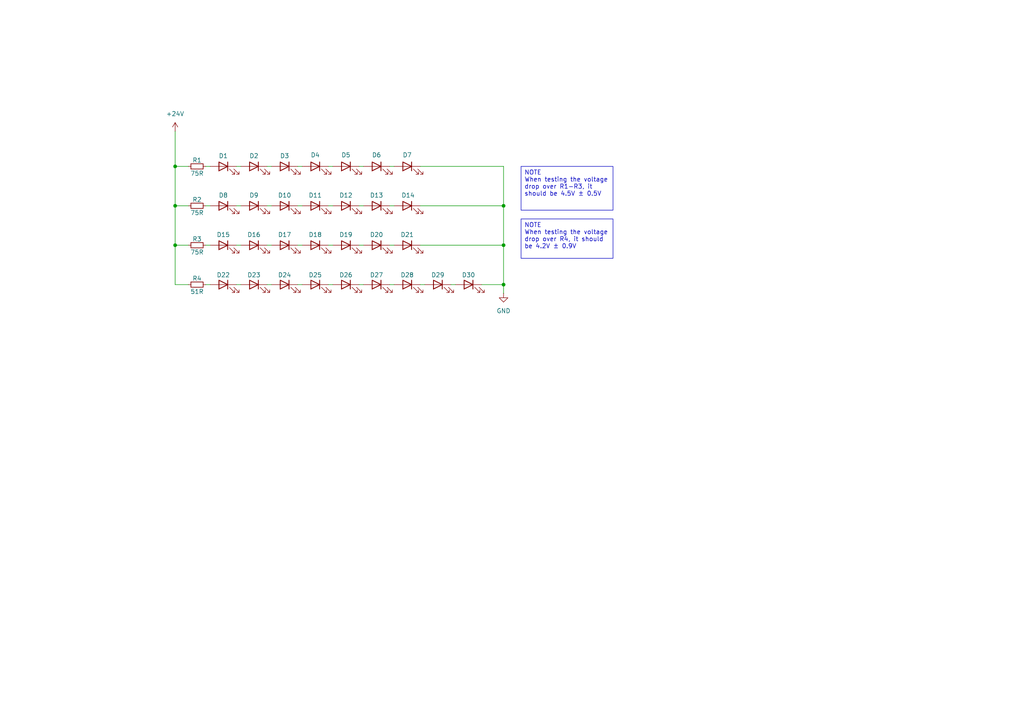
<source format=kicad_sch>
(kicad_sch
	(version 20250114)
	(generator "eeschema")
	(generator_version "9.0")
	(uuid "f1e71b30-7298-4b81-b58f-ffc29b732545")
	(paper "A4")
	(lib_symbols
		(symbol "Device:LED"
			(pin_numbers
				(hide yes)
			)
			(pin_names
				(offset 1.016)
				(hide yes)
			)
			(exclude_from_sim no)
			(in_bom yes)
			(on_board yes)
			(property "Reference" "D"
				(at 0 2.54 0)
				(effects
					(font
						(size 1.27 1.27)
					)
				)
			)
			(property "Value" "LED"
				(at 0 -2.54 0)
				(effects
					(font
						(size 1.27 1.27)
					)
				)
			)
			(property "Footprint" ""
				(at 0 0 0)
				(effects
					(font
						(size 1.27 1.27)
					)
					(hide yes)
				)
			)
			(property "Datasheet" "~"
				(at 0 0 0)
				(effects
					(font
						(size 1.27 1.27)
					)
					(hide yes)
				)
			)
			(property "Description" "Light emitting diode"
				(at 0 0 0)
				(effects
					(font
						(size 1.27 1.27)
					)
					(hide yes)
				)
			)
			(property "Sim.Pins" "1=K 2=A"
				(at 0 0 0)
				(effects
					(font
						(size 1.27 1.27)
					)
					(hide yes)
				)
			)
			(property "ki_keywords" "LED diode"
				(at 0 0 0)
				(effects
					(font
						(size 1.27 1.27)
					)
					(hide yes)
				)
			)
			(property "ki_fp_filters" "LED* LED_SMD:* LED_THT:*"
				(at 0 0 0)
				(effects
					(font
						(size 1.27 1.27)
					)
					(hide yes)
				)
			)
			(symbol "LED_0_1"
				(polyline
					(pts
						(xy -3.048 -0.762) (xy -4.572 -2.286) (xy -3.81 -2.286) (xy -4.572 -2.286) (xy -4.572 -1.524)
					)
					(stroke
						(width 0)
						(type default)
					)
					(fill
						(type none)
					)
				)
				(polyline
					(pts
						(xy -1.778 -0.762) (xy -3.302 -2.286) (xy -2.54 -2.286) (xy -3.302 -2.286) (xy -3.302 -1.524)
					)
					(stroke
						(width 0)
						(type default)
					)
					(fill
						(type none)
					)
				)
				(polyline
					(pts
						(xy -1.27 0) (xy 1.27 0)
					)
					(stroke
						(width 0)
						(type default)
					)
					(fill
						(type none)
					)
				)
				(polyline
					(pts
						(xy -1.27 -1.27) (xy -1.27 1.27)
					)
					(stroke
						(width 0.254)
						(type default)
					)
					(fill
						(type none)
					)
				)
				(polyline
					(pts
						(xy 1.27 -1.27) (xy 1.27 1.27) (xy -1.27 0) (xy 1.27 -1.27)
					)
					(stroke
						(width 0.254)
						(type default)
					)
					(fill
						(type none)
					)
				)
			)
			(symbol "LED_1_1"
				(pin passive line
					(at -3.81 0 0)
					(length 2.54)
					(name "K"
						(effects
							(font
								(size 1.27 1.27)
							)
						)
					)
					(number "1"
						(effects
							(font
								(size 1.27 1.27)
							)
						)
					)
				)
				(pin passive line
					(at 3.81 0 180)
					(length 2.54)
					(name "A"
						(effects
							(font
								(size 1.27 1.27)
							)
						)
					)
					(number "2"
						(effects
							(font
								(size 1.27 1.27)
							)
						)
					)
				)
			)
			(embedded_fonts no)
		)
		(symbol "Device:R_Small"
			(pin_numbers
				(hide yes)
			)
			(pin_names
				(offset 0.254)
				(hide yes)
			)
			(exclude_from_sim no)
			(in_bom yes)
			(on_board yes)
			(property "Reference" "R"
				(at 0.762 0.508 0)
				(effects
					(font
						(size 1.27 1.27)
					)
					(justify left)
				)
			)
			(property "Value" "R_Small"
				(at 0.762 -1.016 0)
				(effects
					(font
						(size 1.27 1.27)
					)
					(justify left)
				)
			)
			(property "Footprint" ""
				(at 0 0 0)
				(effects
					(font
						(size 1.27 1.27)
					)
					(hide yes)
				)
			)
			(property "Datasheet" "~"
				(at 0 0 0)
				(effects
					(font
						(size 1.27 1.27)
					)
					(hide yes)
				)
			)
			(property "Description" "Resistor, small symbol"
				(at 0 0 0)
				(effects
					(font
						(size 1.27 1.27)
					)
					(hide yes)
				)
			)
			(property "ki_keywords" "R resistor"
				(at 0 0 0)
				(effects
					(font
						(size 1.27 1.27)
					)
					(hide yes)
				)
			)
			(property "ki_fp_filters" "R_*"
				(at 0 0 0)
				(effects
					(font
						(size 1.27 1.27)
					)
					(hide yes)
				)
			)
			(symbol "R_Small_0_1"
				(rectangle
					(start -0.762 1.778)
					(end 0.762 -1.778)
					(stroke
						(width 0.2032)
						(type default)
					)
					(fill
						(type none)
					)
				)
			)
			(symbol "R_Small_1_1"
				(pin passive line
					(at 0 2.54 270)
					(length 0.762)
					(name "~"
						(effects
							(font
								(size 1.27 1.27)
							)
						)
					)
					(number "1"
						(effects
							(font
								(size 1.27 1.27)
							)
						)
					)
				)
				(pin passive line
					(at 0 -2.54 90)
					(length 0.762)
					(name "~"
						(effects
							(font
								(size 1.27 1.27)
							)
						)
					)
					(number "2"
						(effects
							(font
								(size 1.27 1.27)
							)
						)
					)
				)
			)
			(embedded_fonts no)
		)
		(symbol "power:+24V"
			(power)
			(pin_numbers
				(hide yes)
			)
			(pin_names
				(offset 0)
				(hide yes)
			)
			(exclude_from_sim no)
			(in_bom yes)
			(on_board yes)
			(property "Reference" "#PWR"
				(at 0 -3.81 0)
				(effects
					(font
						(size 1.27 1.27)
					)
					(hide yes)
				)
			)
			(property "Value" "+24V"
				(at 0 3.556 0)
				(effects
					(font
						(size 1.27 1.27)
					)
				)
			)
			(property "Footprint" ""
				(at 0 0 0)
				(effects
					(font
						(size 1.27 1.27)
					)
					(hide yes)
				)
			)
			(property "Datasheet" ""
				(at 0 0 0)
				(effects
					(font
						(size 1.27 1.27)
					)
					(hide yes)
				)
			)
			(property "Description" "Power symbol creates a global label with name \"+24V\""
				(at 0 0 0)
				(effects
					(font
						(size 1.27 1.27)
					)
					(hide yes)
				)
			)
			(property "ki_keywords" "global power"
				(at 0 0 0)
				(effects
					(font
						(size 1.27 1.27)
					)
					(hide yes)
				)
			)
			(symbol "+24V_0_1"
				(polyline
					(pts
						(xy -0.762 1.27) (xy 0 2.54)
					)
					(stroke
						(width 0)
						(type default)
					)
					(fill
						(type none)
					)
				)
				(polyline
					(pts
						(xy 0 2.54) (xy 0.762 1.27)
					)
					(stroke
						(width 0)
						(type default)
					)
					(fill
						(type none)
					)
				)
				(polyline
					(pts
						(xy 0 0) (xy 0 2.54)
					)
					(stroke
						(width 0)
						(type default)
					)
					(fill
						(type none)
					)
				)
			)
			(symbol "+24V_1_1"
				(pin power_in line
					(at 0 0 90)
					(length 0)
					(name "~"
						(effects
							(font
								(size 1.27 1.27)
							)
						)
					)
					(number "1"
						(effects
							(font
								(size 1.27 1.27)
							)
						)
					)
				)
			)
			(embedded_fonts no)
		)
		(symbol "power:GND"
			(power)
			(pin_numbers
				(hide yes)
			)
			(pin_names
				(offset 0)
				(hide yes)
			)
			(exclude_from_sim no)
			(in_bom yes)
			(on_board yes)
			(property "Reference" "#PWR"
				(at 0 -6.35 0)
				(effects
					(font
						(size 1.27 1.27)
					)
					(hide yes)
				)
			)
			(property "Value" "GND"
				(at 0 -3.81 0)
				(effects
					(font
						(size 1.27 1.27)
					)
				)
			)
			(property "Footprint" ""
				(at 0 0 0)
				(effects
					(font
						(size 1.27 1.27)
					)
					(hide yes)
				)
			)
			(property "Datasheet" ""
				(at 0 0 0)
				(effects
					(font
						(size 1.27 1.27)
					)
					(hide yes)
				)
			)
			(property "Description" "Power symbol creates a global label with name \"GND\" , ground"
				(at 0 0 0)
				(effects
					(font
						(size 1.27 1.27)
					)
					(hide yes)
				)
			)
			(property "ki_keywords" "global power"
				(at 0 0 0)
				(effects
					(font
						(size 1.27 1.27)
					)
					(hide yes)
				)
			)
			(symbol "GND_0_1"
				(polyline
					(pts
						(xy 0 0) (xy 0 -1.27) (xy 1.27 -1.27) (xy 0 -2.54) (xy -1.27 -1.27) (xy 0 -1.27)
					)
					(stroke
						(width 0)
						(type default)
					)
					(fill
						(type none)
					)
				)
			)
			(symbol "GND_1_1"
				(pin power_in line
					(at 0 0 270)
					(length 0)
					(name "~"
						(effects
							(font
								(size 1.27 1.27)
							)
						)
					)
					(number "1"
						(effects
							(font
								(size 1.27 1.27)
							)
						)
					)
				)
			)
			(embedded_fonts no)
		)
	)
	(text_box "NOTE\nWhen testing the voltage drop over R4, it should be 4.2V ± 0.9V"
		(exclude_from_sim no)
		(at 151.13 63.5 0)
		(size 26.67 11.43)
		(margins 0.9525 0.9525 0.9525 0.9525)
		(stroke
			(width 0)
			(type solid)
		)
		(fill
			(type none)
		)
		(effects
			(font
				(size 1.27 1.27)
			)
			(justify left top)
		)
		(uuid "1f51261d-7483-4be0-b6cd-0cb276aca6d3")
	)
	(text_box "NOTE  \nWhen testing the voltage drop over R1-R3, it should be 4.5 V ± 0.5 V"
		(exclude_from_sim no)
		(at 151.13 48.26 0)
		(size 26.67 12.7)
		(margins 0.9525 0.9525 0.9525 0.9525)
		(stroke
			(width 0)
			(type solid)
		)
		(fill
			(type none)
		)
		(effects
			(font
				(size 1.27 1.27)
			)
			(justify left top)
		)
		(uuid "46cd990a-3bfd-46a7-a2cf-1c54bd0da2a3")
	)
	(junction
		(at 50.8 71.12)
		(diameter 0)
		(color 0 0 0 0)
		(uuid "205e2e1f-ca3e-4697-928d-039d7fb9e574")
	)
	(junction
		(at 146.05 71.12)
		(diameter 0)
		(color 0 0 0 0)
		(uuid "62289fc2-1c80-4bac-aab9-16de72c5d6cc")
	)
	(junction
		(at 50.8 48.26)
		(diameter 0)
		(color 0 0 0 0)
		(uuid "87757d83-100d-46db-acc0-8d767084a1c8")
	)
	(junction
		(at 146.05 82.55)
		(diameter 0)
		(color 0 0 0 0)
		(uuid "90513628-9864-42e0-a1b3-5229dbd7d250")
	)
	(junction
		(at 50.8 59.69)
		(diameter 0)
		(color 0 0 0 0)
		(uuid "9f1e2795-3d71-4be3-903e-b1135dec0468")
	)
	(junction
		(at 146.05 59.69)
		(diameter 0)
		(color 0 0 0 0)
		(uuid "b24f559b-420f-4770-8488-8d4d710818a5")
	)
	(wire
		(pts
			(xy 95.25 48.26) (xy 96.52 48.26)
		)
		(stroke
			(width 0)
			(type default)
		)
		(uuid "0388b540-bb03-40e9-9c96-4daa1a3b4411")
	)
	(wire
		(pts
			(xy 121.92 48.26) (xy 146.05 48.26)
		)
		(stroke
			(width 0)
			(type default)
		)
		(uuid "050c783b-5cb2-4cd1-a9c7-fd1b41c2b220")
	)
	(wire
		(pts
			(xy 59.69 59.69) (xy 60.96 59.69)
		)
		(stroke
			(width 0)
			(type default)
		)
		(uuid "0b87aeee-1ebf-4888-b0e3-810dce81700d")
	)
	(wire
		(pts
			(xy 121.92 71.12) (xy 146.05 71.12)
		)
		(stroke
			(width 0)
			(type default)
		)
		(uuid "0d62ae7b-4d9b-4927-9597-57d4ca71e6dd")
	)
	(wire
		(pts
			(xy 139.7 82.55) (xy 146.05 82.55)
		)
		(stroke
			(width 0)
			(type default)
		)
		(uuid "12530c47-2658-4302-ab83-743f578942a7")
	)
	(wire
		(pts
			(xy 59.69 71.12) (xy 60.96 71.12)
		)
		(stroke
			(width 0)
			(type default)
		)
		(uuid "196a0674-386d-4127-80f0-d63ec6af9f06")
	)
	(wire
		(pts
			(xy 68.58 71.12) (xy 69.85 71.12)
		)
		(stroke
			(width 0)
			(type default)
		)
		(uuid "1ffd7422-2627-42a2-b550-4cef67db017b")
	)
	(wire
		(pts
			(xy 77.47 48.26) (xy 78.74 48.26)
		)
		(stroke
			(width 0)
			(type default)
		)
		(uuid "240e8834-f32e-4baa-b96a-7ca848b4261d")
	)
	(wire
		(pts
			(xy 104.14 71.12) (xy 105.41 71.12)
		)
		(stroke
			(width 0)
			(type default)
		)
		(uuid "25d285f4-2f24-4bb3-b8b7-4997ca8aeb08")
	)
	(wire
		(pts
			(xy 68.58 59.69) (xy 69.85 59.69)
		)
		(stroke
			(width 0)
			(type default)
		)
		(uuid "2700c22e-df0e-46b2-b1a4-6ad4b7c0fc60")
	)
	(wire
		(pts
			(xy 77.47 59.69) (xy 78.74 59.69)
		)
		(stroke
			(width 0)
			(type default)
		)
		(uuid "2c6d51e8-0809-478f-8781-c2dde0170544")
	)
	(wire
		(pts
			(xy 50.8 48.26) (xy 54.61 48.26)
		)
		(stroke
			(width 0)
			(type default)
		)
		(uuid "326fdb04-a293-41ea-975d-082364f4c435")
	)
	(wire
		(pts
			(xy 86.36 71.12) (xy 87.63 71.12)
		)
		(stroke
			(width 0)
			(type default)
		)
		(uuid "3aff0a2d-0769-4533-aa27-50c9be0ff735")
	)
	(wire
		(pts
			(xy 50.8 38.1) (xy 50.8 48.26)
		)
		(stroke
			(width 0)
			(type default)
		)
		(uuid "3b155872-2967-4699-9a7f-62369e5a8cc7")
	)
	(wire
		(pts
			(xy 146.05 71.12) (xy 146.05 82.55)
		)
		(stroke
			(width 0)
			(type default)
		)
		(uuid "3f703aff-c1a3-44fb-967c-192163750a52")
	)
	(wire
		(pts
			(xy 86.36 82.55) (xy 87.63 82.55)
		)
		(stroke
			(width 0)
			(type default)
		)
		(uuid "48c78c37-dffd-4a82-943f-faeccbcd57cb")
	)
	(wire
		(pts
			(xy 54.61 59.69) (xy 50.8 59.69)
		)
		(stroke
			(width 0)
			(type default)
		)
		(uuid "53d044b8-6d6c-44d3-90c6-445fa6c17d3b")
	)
	(wire
		(pts
			(xy 77.47 71.12) (xy 78.74 71.12)
		)
		(stroke
			(width 0)
			(type default)
		)
		(uuid "6499d39d-7882-4201-bb6c-ee3d5750afc2")
	)
	(wire
		(pts
			(xy 54.61 71.12) (xy 50.8 71.12)
		)
		(stroke
			(width 0)
			(type default)
		)
		(uuid "66945a7e-0433-4dc1-8ec4-88e5175c127a")
	)
	(wire
		(pts
			(xy 59.69 48.26) (xy 60.96 48.26)
		)
		(stroke
			(width 0)
			(type default)
		)
		(uuid "6c8577e5-904e-4052-8fc4-c4666b247e64")
	)
	(wire
		(pts
			(xy 50.8 71.12) (xy 50.8 59.69)
		)
		(stroke
			(width 0)
			(type default)
		)
		(uuid "72e8e09d-7eec-4415-85ef-9944ded25953")
	)
	(wire
		(pts
			(xy 113.03 48.26) (xy 114.3 48.26)
		)
		(stroke
			(width 0)
			(type default)
		)
		(uuid "7b086955-9e06-4d83-8a10-947bb0ae4494")
	)
	(wire
		(pts
			(xy 113.03 59.69) (xy 114.3 59.69)
		)
		(stroke
			(width 0)
			(type default)
		)
		(uuid "819e90a5-1ac5-47eb-92bc-c25390560f87")
	)
	(wire
		(pts
			(xy 146.05 48.26) (xy 146.05 59.69)
		)
		(stroke
			(width 0)
			(type default)
		)
		(uuid "8bef36d5-92ed-4039-9625-ca8ca1175c75")
	)
	(wire
		(pts
			(xy 104.14 59.69) (xy 105.41 59.69)
		)
		(stroke
			(width 0)
			(type default)
		)
		(uuid "92c964e5-9535-4398-8466-3654e41e468a")
	)
	(wire
		(pts
			(xy 121.92 59.69) (xy 146.05 59.69)
		)
		(stroke
			(width 0)
			(type default)
		)
		(uuid "965affc7-e8ff-4dca-a43b-9b5be6c3757c")
	)
	(wire
		(pts
			(xy 68.58 82.55) (xy 69.85 82.55)
		)
		(stroke
			(width 0)
			(type default)
		)
		(uuid "980bdfad-8181-45f0-a3bd-99e119bfa8e7")
	)
	(wire
		(pts
			(xy 104.14 48.26) (xy 105.41 48.26)
		)
		(stroke
			(width 0)
			(type default)
		)
		(uuid "a6512a1a-4746-415c-a981-cbe03d188d91")
	)
	(wire
		(pts
			(xy 50.8 71.12) (xy 50.8 82.55)
		)
		(stroke
			(width 0)
			(type default)
		)
		(uuid "a7d68d67-4b29-44b4-801b-be0597e1aafc")
	)
	(wire
		(pts
			(xy 95.25 71.12) (xy 96.52 71.12)
		)
		(stroke
			(width 0)
			(type default)
		)
		(uuid "ad134153-4208-426e-9423-f0c2f57755c1")
	)
	(wire
		(pts
			(xy 121.92 82.55) (xy 123.19 82.55)
		)
		(stroke
			(width 0)
			(type default)
		)
		(uuid "addd6176-8b02-4420-a800-973a7fc8cd2f")
	)
	(wire
		(pts
			(xy 59.69 82.55) (xy 60.96 82.55)
		)
		(stroke
			(width 0)
			(type default)
		)
		(uuid "b0db8054-e536-4315-aad1-436109558074")
	)
	(wire
		(pts
			(xy 50.8 48.26) (xy 50.8 59.69)
		)
		(stroke
			(width 0)
			(type default)
		)
		(uuid "b36f2d88-7077-43cf-bccb-57ec330bb883")
	)
	(wire
		(pts
			(xy 54.61 82.55) (xy 50.8 82.55)
		)
		(stroke
			(width 0)
			(type default)
		)
		(uuid "b5310baf-430c-4a3a-be25-dc9427d620bd")
	)
	(wire
		(pts
			(xy 146.05 59.69) (xy 146.05 71.12)
		)
		(stroke
			(width 0)
			(type default)
		)
		(uuid "bf24836b-087b-4168-9994-614e99b5fd52")
	)
	(wire
		(pts
			(xy 95.25 59.69) (xy 96.52 59.69)
		)
		(stroke
			(width 0)
			(type default)
		)
		(uuid "cc399887-6744-4072-9f4f-10f10f4ee554")
	)
	(wire
		(pts
			(xy 113.03 82.55) (xy 114.3 82.55)
		)
		(stroke
			(width 0)
			(type default)
		)
		(uuid "d31892d6-009e-4e1a-88d4-b4ed021594a5")
	)
	(wire
		(pts
			(xy 68.58 48.26) (xy 69.85 48.26)
		)
		(stroke
			(width 0)
			(type default)
		)
		(uuid "d40a7e22-88b7-4bee-902a-4feb5f778739")
	)
	(wire
		(pts
			(xy 95.25 82.55) (xy 96.52 82.55)
		)
		(stroke
			(width 0)
			(type default)
		)
		(uuid "d8078748-712c-47f0-ac25-66e9be4554ee")
	)
	(wire
		(pts
			(xy 113.03 71.12) (xy 114.3 71.12)
		)
		(stroke
			(width 0)
			(type default)
		)
		(uuid "e0d2bd9a-9224-48c8-838f-3e07c6ea11be")
	)
	(wire
		(pts
			(xy 86.36 48.26) (xy 87.63 48.26)
		)
		(stroke
			(width 0)
			(type default)
		)
		(uuid "e4d8cfe3-7a51-4c84-a939-4274f7bf71ae")
	)
	(wire
		(pts
			(xy 130.81 82.55) (xy 132.08 82.55)
		)
		(stroke
			(width 0)
			(type default)
		)
		(uuid "e80554c2-5fd6-47e5-a15c-3c79a83db4c4")
	)
	(wire
		(pts
			(xy 104.14 82.55) (xy 105.41 82.55)
		)
		(stroke
			(width 0)
			(type default)
		)
		(uuid "f6c70c39-80b1-4bd5-9342-0c4139c34dfd")
	)
	(wire
		(pts
			(xy 86.36 59.69) (xy 87.63 59.69)
		)
		(stroke
			(width 0)
			(type default)
		)
		(uuid "f758dbd3-a15c-4016-9f7c-b31101806082")
	)
	(wire
		(pts
			(xy 146.05 82.55) (xy 146.05 85.09)
		)
		(stroke
			(width 0)
			(type default)
		)
		(uuid "f99d34c2-7c21-492c-817e-0b1a64e16e9a")
	)
	(wire
		(pts
			(xy 77.47 82.55) (xy 78.74 82.55)
		)
		(stroke
			(width 0)
			(type default)
		)
		(uuid "fe44510e-1d99-4ab3-80c0-cdacbfa51eef")
	)
	(symbol
		(lib_id "power:GND")
		(at 146.05 85.09 0)
		(unit 1)
		(exclude_from_sim no)
		(in_bom yes)
		(on_board yes)
		(dnp no)
		(fields_autoplaced yes)
		(uuid "03e4afc0-68bc-440e-ad9a-5ff1c8df7a32")
		(property "Reference" "#PWR02"
			(at 146.05 91.44 0)
			(effects
				(font
					(size 1.27 1.27)
				)
				(hide yes)
			)
		)
		(property "Value" "GND"
			(at 146.05 90.17 0)
			(effects
				(font
					(size 1.27 1.27)
				)
			)
		)
		(property "Footprint" ""
			(at 146.05 85.09 0)
			(effects
				(font
					(size 1.27 1.27)
				)
				(hide yes)
			)
		)
		(property "Datasheet" ""
			(at 146.05 85.09 0)
			(effects
				(font
					(size 1.27 1.27)
				)
				(hide yes)
			)
		)
		(property "Description" "Power symbol creates a global label with name \"GND\" , ground"
			(at 146.05 85.09 0)
			(effects
				(font
					(size 1.27 1.27)
				)
				(hide yes)
			)
		)
		(pin "1"
			(uuid "da7ec96b-dd72-403b-88cd-77cd387178b6")
		)
		(instances
			(project ""
				(path "/f1e71b30-7298-4b81-b58f-ffc29b732545"
					(reference "#PWR02")
					(unit 1)
				)
			)
		)
	)
	(symbol
		(lib_id "Device:LED")
		(at 91.44 59.69 0)
		(mirror y)
		(unit 1)
		(exclude_from_sim no)
		(in_bom yes)
		(on_board yes)
		(dnp no)
		(uuid "100cdd6c-8fc4-4799-a320-2c8d0df8300c")
		(property "Reference" "D11"
			(at 91.44 56.642 0)
			(effects
				(font
					(size 1.27 1.27)
				)
			)
		)
		(property "Value" "LED"
			(at 93.0275 55.88 0)
			(effects
				(font
					(size 1.27 1.27)
				)
				(hide yes)
			)
		)
		(property "Footprint" "LED_LM301H:LED_LM301H_1212"
			(at 91.44 59.69 0)
			(effects
				(font
					(size 1.27 1.27)
				)
				(hide yes)
			)
		)
		(property "Datasheet" "https://download.led.samsung.com/led/file/resource/2022/05/Data_Sheet_LM301H_EVO_Rev.2.1.pdf"
			(at 91.44 59.69 0)
			(effects
				(font
					(size 1.27 1.27)
				)
				(hide yes)
			)
		)
		(property "Description" "Light emitting diode"
			(at 91.44 59.69 0)
			(effects
				(font
					(size 1.27 1.27)
				)
				(hide yes)
			)
		)
		(property "Sim.Pins" "1=K 2=A"
			(at 91.44 59.69 0)
			(effects
				(font
					(size 1.27 1.27)
				)
				(hide yes)
			)
		)
		(property "MPN" "SPMWHD32AMH0XAMAPL"
			(at 91.44 59.69 0)
			(effects
				(font
					(size 1.27 1.27)
				)
				(hide yes)
			)
		)
		(property "Manufacturer" "Samsung Semiconductor, Inc."
			(at 91.44 59.69 0)
			(effects
				(font
					(size 1.27 1.27)
				)
				(hide yes)
			)
		)
		(property "DigiKey PN" "1510-SPMWHD32AMH0XAMAPLCT-ND"
			(at 91.44 59.69 0)
			(effects
				(font
					(size 1.27 1.27)
				)
				(hide yes)
			)
		)
		(pin "1"
			(uuid "046061e3-3379-4911-a2c2-6d2ea751087e")
		)
		(pin "2"
			(uuid "e46be45d-4f87-47be-a094-04df8c18fa8a")
		)
		(instances
			(project "growlight-module"
				(path "/f1e71b30-7298-4b81-b58f-ffc29b732545"
					(reference "D11")
					(unit 1)
				)
			)
		)
	)
	(symbol
		(lib_id "Device:LED")
		(at 100.33 82.55 0)
		(mirror y)
		(unit 1)
		(exclude_from_sim no)
		(in_bom yes)
		(on_board yes)
		(dnp no)
		(uuid "1481d7fa-7025-4226-b1ec-e966e9100965")
		(property "Reference" "D26"
			(at 100.33 79.756 0)
			(effects
				(font
					(size 1.27 1.27)
				)
			)
		)
		(property "Value" "LED"
			(at 101.9175 87.63 0)
			(effects
				(font
					(size 1.27 1.27)
				)
				(hide yes)
			)
		)
		(property "Footprint" "LED_LUMILEDS:LED-SP2835-LUMILEDS"
			(at 100.33 82.55 0)
			(effects
				(font
					(size 1.27 1.27)
				)
				(hide yes)
			)
		)
		(property "Datasheet" "https://otmm.lumileds.com/adaptivemedia/f0665283471a2a639ce8c3006456265ad074bde9"
			(at 100.33 82.55 0)
			(effects
				(font
					(size 1.27 1.27)
				)
				(hide yes)
			)
		)
		(property "Description" "Light emitting diode"
			(at 100.33 82.55 0)
			(effects
				(font
					(size 1.27 1.27)
				)
				(hide yes)
			)
		)
		(property "Sim.Pins" "1=K 2=A"
			(at 100.33 82.55 0)
			(effects
				(font
					(size 1.27 1.27)
				)
				(hide yes)
			)
		)
		(property "DigiKey PN" "1416-2056-1-ND"
			(at 100.33 82.55 0)
			(effects
				(font
					(size 1.27 1.27)
				)
				(hide yes)
			)
		)
		(property "MPN" "L1SP-DRD0002800000"
			(at 100.33 82.55 0)
			(effects
				(font
					(size 1.27 1.27)
				)
				(hide yes)
			)
		)
		(property "Manufacturer" "Lumileds"
			(at 100.33 82.55 0)
			(effects
				(font
					(size 1.27 1.27)
				)
				(hide yes)
			)
		)
		(pin "2"
			(uuid "230a4771-5310-4f4b-b092-bd12d0ce12d6")
		)
		(pin "1"
			(uuid "e590d93d-bb8a-4795-8b06-02a7fc835826")
		)
		(instances
			(project "growlight-module"
				(path "/f1e71b30-7298-4b81-b58f-ffc29b732545"
					(reference "D26")
					(unit 1)
				)
			)
		)
	)
	(symbol
		(lib_id "Device:R_Small")
		(at 57.15 82.55 90)
		(unit 1)
		(exclude_from_sim no)
		(in_bom yes)
		(on_board yes)
		(dnp no)
		(uuid "16a3bc21-8644-41b4-bdb5-98a7551b591f")
		(property "Reference" "R4"
			(at 57.15 80.772 90)
			(effects
				(font
					(size 1.27 1.27)
				)
			)
		)
		(property "Value" "51R"
			(at 57.15 84.582 90)
			(effects
				(font
					(size 1.27 1.27)
				)
			)
		)
		(property "Footprint" "Resistor_SMD:R_1206_3216Metric"
			(at 57.15 82.55 0)
			(effects
				(font
					(size 1.27 1.27)
				)
				(hide yes)
			)
		)
		(property "Datasheet" "https://www.bourns.com/docs/Product-Datasheets/CRM0805_1206_2010.pdf"
			(at 57.15 82.55 0)
			(effects
				(font
					(size 1.27 1.27)
				)
				(hide yes)
			)
		)
		(property "Description" "Resistor, small symbol"
			(at 57.15 82.55 0)
			(effects
				(font
					(size 1.27 1.27)
				)
				(hide yes)
			)
		)
		(property "DigiKey PN" "CRM1206-FX-51R0ELFCT-ND"
			(at 57.15 82.55 0)
			(effects
				(font
					(size 1.27 1.27)
				)
				(hide yes)
			)
		)
		(property "MPN" "CRM1206-FX-51R0ELF"
			(at 57.15 82.55 0)
			(effects
				(font
					(size 1.27 1.27)
				)
				(hide yes)
			)
		)
		(property "Manufacturer" "Yageo"
			(at 57.15 82.55 0)
			(effects
				(font
					(size 1.27 1.27)
				)
				(hide yes)
			)
		)
		(pin "2"
			(uuid "6f2ab9d6-ab3d-4dd6-8e95-6653973adc25")
		)
		(pin "1"
			(uuid "94da1098-2fc3-4cd4-8092-f23c003e53a8")
		)
		(instances
			(project "growlight-module"
				(path "/f1e71b30-7298-4b81-b58f-ffc29b732545"
					(reference "R4")
					(unit 1)
				)
			)
		)
	)
	(symbol
		(lib_id "Device:LED")
		(at 118.11 48.26 0)
		(mirror y)
		(unit 1)
		(exclude_from_sim no)
		(in_bom yes)
		(on_board yes)
		(dnp no)
		(uuid "1bb010d2-f997-4897-a5be-ce946fb0e403")
		(property "Reference" "D7"
			(at 118.11 44.958 0)
			(effects
				(font
					(size 1.27 1.27)
				)
			)
		)
		(property "Value" "LED"
			(at 119.6975 44.45 0)
			(effects
				(font
					(size 1.27 1.27)
				)
				(hide yes)
			)
		)
		(property "Footprint" "LED_LM301H:LED_LM301H_1212"
			(at 118.11 48.26 0)
			(effects
				(font
					(size 1.27 1.27)
				)
				(hide yes)
			)
		)
		(property "Datasheet" "https://download.led.samsung.com/led/file/resource/2022/05/Data_Sheet_LM301H_EVO_Rev.2.1.pdf"
			(at 118.11 48.26 0)
			(effects
				(font
					(size 1.27 1.27)
				)
				(hide yes)
			)
		)
		(property "Description" "Light emitting diode"
			(at 118.11 48.26 0)
			(effects
				(font
					(size 1.27 1.27)
				)
				(hide yes)
			)
		)
		(property "Sim.Pins" "1=K 2=A"
			(at 118.11 48.26 0)
			(effects
				(font
					(size 1.27 1.27)
				)
				(hide yes)
			)
		)
		(property "MPN" "SPMWHD32AMH0XAMAPL"
			(at 118.11 48.26 0)
			(effects
				(font
					(size 1.27 1.27)
				)
				(hide yes)
			)
		)
		(property "Manufacturer" "Samsung Semiconductor, Inc."
			(at 118.11 48.26 0)
			(effects
				(font
					(size 1.27 1.27)
				)
				(hide yes)
			)
		)
		(property "DigiKey PN" "1510-SPMWHD32AMH0XAMAPLCT-ND"
			(at 118.11 48.26 0)
			(effects
				(font
					(size 1.27 1.27)
				)
				(hide yes)
			)
		)
		(pin "1"
			(uuid "e0cd8e83-6cb1-48c2-b360-71b85d662d52")
		)
		(pin "2"
			(uuid "22ce4e4c-6863-4d44-9b02-0660a4c6e6b1")
		)
		(instances
			(project "growlight-module"
				(path "/f1e71b30-7298-4b81-b58f-ffc29b732545"
					(reference "D7")
					(unit 1)
				)
			)
		)
	)
	(symbol
		(lib_id "Device:LED")
		(at 109.22 82.55 0)
		(mirror y)
		(unit 1)
		(exclude_from_sim no)
		(in_bom yes)
		(on_board yes)
		(dnp no)
		(uuid "23ec47b0-9f10-4d55-b46a-693bfdd79e90")
		(property "Reference" "D27"
			(at 109.22 79.756 0)
			(effects
				(font
					(size 1.27 1.27)
				)
			)
		)
		(property "Value" "LED"
			(at 110.8075 87.63 0)
			(effects
				(font
					(size 1.27 1.27)
				)
				(hide yes)
			)
		)
		(property "Footprint" "LED_LUMILEDS:LED-SP2835-LUMILEDS"
			(at 109.22 82.55 0)
			(effects
				(font
					(size 1.27 1.27)
				)
				(hide yes)
			)
		)
		(property "Datasheet" "https://otmm.lumileds.com/adaptivemedia/f0665283471a2a639ce8c3006456265ad074bde9"
			(at 109.22 82.55 0)
			(effects
				(font
					(size 1.27 1.27)
				)
				(hide yes)
			)
		)
		(property "Description" "Light emitting diode"
			(at 109.22 82.55 0)
			(effects
				(font
					(size 1.27 1.27)
				)
				(hide yes)
			)
		)
		(property "Sim.Pins" "1=K 2=A"
			(at 109.22 82.55 0)
			(effects
				(font
					(size 1.27 1.27)
				)
				(hide yes)
			)
		)
		(property "DigiKey PN" "1416-2056-1-ND"
			(at 109.22 82.55 0)
			(effects
				(font
					(size 1.27 1.27)
				)
				(hide yes)
			)
		)
		(property "MPN" "L1SP-DRD0002800000"
			(at 109.22 82.55 0)
			(effects
				(font
					(size 1.27 1.27)
				)
				(hide yes)
			)
		)
		(property "Manufacturer" "Lumileds"
			(at 109.22 82.55 0)
			(effects
				(font
					(size 1.27 1.27)
				)
				(hide yes)
			)
		)
		(pin "2"
			(uuid "dfe5a5f6-855e-4b69-ad50-875ac7584456")
		)
		(pin "1"
			(uuid "50b63004-774b-4c71-b212-9ef181c56db6")
		)
		(instances
			(project "growlight-module"
				(path "/f1e71b30-7298-4b81-b58f-ffc29b732545"
					(reference "D27")
					(unit 1)
				)
			)
		)
	)
	(symbol
		(lib_id "Device:LED")
		(at 73.66 71.12 0)
		(mirror y)
		(unit 1)
		(exclude_from_sim no)
		(in_bom yes)
		(on_board yes)
		(dnp no)
		(uuid "2ff28187-0988-4f63-8c60-3d305f10d1ac")
		(property "Reference" "D16"
			(at 73.66 68.072 0)
			(effects
				(font
					(size 1.27 1.27)
				)
			)
		)
		(property "Value" "LED"
			(at 75.2475 67.31 0)
			(effects
				(font
					(size 1.27 1.27)
				)
				(hide yes)
			)
		)
		(property "Footprint" "LED_LM301H:LED_LM301H_1212"
			(at 73.66 71.12 0)
			(effects
				(font
					(size 1.27 1.27)
				)
				(hide yes)
			)
		)
		(property "Datasheet" "https://download.led.samsung.com/led/file/resource/2022/05/Data_Sheet_LM301H_EVO_Rev.2.1.pdf"
			(at 73.66 71.12 0)
			(effects
				(font
					(size 1.27 1.27)
				)
				(hide yes)
			)
		)
		(property "Description" "Light emitting diode"
			(at 73.66 71.12 0)
			(effects
				(font
					(size 1.27 1.27)
				)
				(hide yes)
			)
		)
		(property "Sim.Pins" "1=K 2=A"
			(at 73.66 71.12 0)
			(effects
				(font
					(size 1.27 1.27)
				)
				(hide yes)
			)
		)
		(property "MPN" "SPMWHD32AMH0XAMAPL"
			(at 73.66 71.12 0)
			(effects
				(font
					(size 1.27 1.27)
				)
				(hide yes)
			)
		)
		(property "Manufacturer" "Samsung Semiconductor, Inc."
			(at 73.66 71.12 0)
			(effects
				(font
					(size 1.27 1.27)
				)
				(hide yes)
			)
		)
		(property "DigiKey PN" "1510-SPMWHD32AMH0XAMAPLCT-ND"
			(at 73.66 71.12 0)
			(effects
				(font
					(size 1.27 1.27)
				)
				(hide yes)
			)
		)
		(pin "1"
			(uuid "32832591-5ece-46be-a263-113a0be1f2c8")
		)
		(pin "2"
			(uuid "36a2f906-a26e-46be-a886-a77727b9dd32")
		)
		(instances
			(project "growlight-module"
				(path "/f1e71b30-7298-4b81-b58f-ffc29b732545"
					(reference "D16")
					(unit 1)
				)
			)
		)
	)
	(symbol
		(lib_id "Device:LED")
		(at 135.89 82.55 0)
		(mirror y)
		(unit 1)
		(exclude_from_sim no)
		(in_bom yes)
		(on_board yes)
		(dnp no)
		(uuid "3728d306-62c1-4752-9f18-69874a2eaaf5")
		(property "Reference" "D30"
			(at 135.89 79.756 0)
			(effects
				(font
					(size 1.27 1.27)
				)
			)
		)
		(property "Value" "LED"
			(at 137.4775 87.63 0)
			(effects
				(font
					(size 1.27 1.27)
				)
				(hide yes)
			)
		)
		(property "Footprint" "LED_LUMILEDS:LED-SP2835-LUMILEDS"
			(at 135.89 82.55 0)
			(effects
				(font
					(size 1.27 1.27)
				)
				(hide yes)
			)
		)
		(property "Datasheet" "https://otmm.lumileds.com/adaptivemedia/f0665283471a2a639ce8c3006456265ad074bde9"
			(at 135.89 82.55 0)
			(effects
				(font
					(size 1.27 1.27)
				)
				(hide yes)
			)
		)
		(property "Description" "Light emitting diode"
			(at 135.89 82.55 0)
			(effects
				(font
					(size 1.27 1.27)
				)
				(hide yes)
			)
		)
		(property "Sim.Pins" "1=K 2=A"
			(at 135.89 82.55 0)
			(effects
				(font
					(size 1.27 1.27)
				)
				(hide yes)
			)
		)
		(property "DigiKey PN" "1416-2056-1-ND"
			(at 135.89 82.55 0)
			(effects
				(font
					(size 1.27 1.27)
				)
				(hide yes)
			)
		)
		(property "MPN" "L1SP-DRD0002800000"
			(at 135.89 82.55 0)
			(effects
				(font
					(size 1.27 1.27)
				)
				(hide yes)
			)
		)
		(property "Manufacturer" "Lumileds"
			(at 135.89 82.55 0)
			(effects
				(font
					(size 1.27 1.27)
				)
				(hide yes)
			)
		)
		(pin "2"
			(uuid "3f50ee87-130e-4634-ba1e-0612bc33312e")
		)
		(pin "1"
			(uuid "70ee278e-81d7-46e0-9639-359ef0686695")
		)
		(instances
			(project "growlight-module"
				(path "/f1e71b30-7298-4b81-b58f-ffc29b732545"
					(reference "D30")
					(unit 1)
				)
			)
		)
	)
	(symbol
		(lib_id "Device:LED")
		(at 118.11 59.69 0)
		(mirror y)
		(unit 1)
		(exclude_from_sim no)
		(in_bom yes)
		(on_board yes)
		(dnp no)
		(uuid "377eaaa5-8586-4dd8-9c57-6d7d061b746f")
		(property "Reference" "D14"
			(at 118.364 56.642 0)
			(effects
				(font
					(size 1.27 1.27)
				)
			)
		)
		(property "Value" "LED"
			(at 119.6975 55.88 0)
			(effects
				(font
					(size 1.27 1.27)
				)
				(hide yes)
			)
		)
		(property "Footprint" "LED_LM301H:LED_LM301H_1212"
			(at 118.11 59.69 0)
			(effects
				(font
					(size 1.27 1.27)
				)
				(hide yes)
			)
		)
		(property "Datasheet" "https://download.led.samsung.com/led/file/resource/2022/05/Data_Sheet_LM301H_EVO_Rev.2.1.pdf"
			(at 118.11 59.69 0)
			(effects
				(font
					(size 1.27 1.27)
				)
				(hide yes)
			)
		)
		(property "Description" "Light emitting diode"
			(at 118.11 59.69 0)
			(effects
				(font
					(size 1.27 1.27)
				)
				(hide yes)
			)
		)
		(property "Sim.Pins" "1=K 2=A"
			(at 118.11 59.69 0)
			(effects
				(font
					(size 1.27 1.27)
				)
				(hide yes)
			)
		)
		(property "MPN" "SPMWHD32AMH0XAMAPL"
			(at 118.11 59.69 0)
			(effects
				(font
					(size 1.27 1.27)
				)
				(hide yes)
			)
		)
		(property "Manufacturer" "Samsung Semiconductor, Inc."
			(at 118.11 59.69 0)
			(effects
				(font
					(size 1.27 1.27)
				)
				(hide yes)
			)
		)
		(property "DigiKey PN" "1510-SPMWHD32AMH0XAMAPLCT-ND"
			(at 118.11 59.69 0)
			(effects
				(font
					(size 1.27 1.27)
				)
				(hide yes)
			)
		)
		(pin "1"
			(uuid "7627fe73-89f9-4c51-9415-bb2f03fe1825")
		)
		(pin "2"
			(uuid "dd093276-c56d-4656-9258-7475a2ebaaba")
		)
		(instances
			(project "growlight-module"
				(path "/f1e71b30-7298-4b81-b58f-ffc29b732545"
					(reference "D14")
					(unit 1)
				)
			)
		)
	)
	(symbol
		(lib_id "Device:LED")
		(at 91.44 82.55 0)
		(mirror y)
		(unit 1)
		(exclude_from_sim no)
		(in_bom yes)
		(on_board yes)
		(dnp no)
		(uuid "474bee48-9c32-46cb-94a9-2990a6e285fc")
		(property "Reference" "D25"
			(at 91.44 79.756 0)
			(effects
				(font
					(size 1.27 1.27)
				)
			)
		)
		(property "Value" "LED"
			(at 93.0275 87.63 0)
			(effects
				(font
					(size 1.27 1.27)
				)
				(hide yes)
			)
		)
		(property "Footprint" "LED_LUMILEDS:LED-SP2835-LUMILEDS"
			(at 91.44 82.55 0)
			(effects
				(font
					(size 1.27 1.27)
				)
				(hide yes)
			)
		)
		(property "Datasheet" "https://otmm.lumileds.com/adaptivemedia/f0665283471a2a639ce8c3006456265ad074bde9"
			(at 91.44 82.55 0)
			(effects
				(font
					(size 1.27 1.27)
				)
				(hide yes)
			)
		)
		(property "Description" "Light emitting diode"
			(at 91.44 82.55 0)
			(effects
				(font
					(size 1.27 1.27)
				)
				(hide yes)
			)
		)
		(property "Sim.Pins" "1=K 2=A"
			(at 91.44 82.55 0)
			(effects
				(font
					(size 1.27 1.27)
				)
				(hide yes)
			)
		)
		(property "DigiKey PN" "1416-2056-1-ND"
			(at 91.44 82.55 0)
			(effects
				(font
					(size 1.27 1.27)
				)
				(hide yes)
			)
		)
		(property "MPN" "L1SP-DRD0002800000"
			(at 91.44 82.55 0)
			(effects
				(font
					(size 1.27 1.27)
				)
				(hide yes)
			)
		)
		(property "Manufacturer" "Lumileds"
			(at 91.44 82.55 0)
			(effects
				(font
					(size 1.27 1.27)
				)
				(hide yes)
			)
		)
		(pin "2"
			(uuid "5c79a6df-de5d-4549-bae0-7e12d832a021")
		)
		(pin "1"
			(uuid "9a103d46-4275-424d-b632-d81aaf476d8c")
		)
		(instances
			(project "growlight-module"
				(path "/f1e71b30-7298-4b81-b58f-ffc29b732545"
					(reference "D25")
					(unit 1)
				)
			)
		)
	)
	(symbol
		(lib_id "Device:LED")
		(at 118.11 82.55 0)
		(mirror y)
		(unit 1)
		(exclude_from_sim no)
		(in_bom yes)
		(on_board yes)
		(dnp no)
		(uuid "4ee09579-150d-492f-84f1-c5978eb38b17")
		(property "Reference" "D28"
			(at 118.11 79.756 0)
			(effects
				(font
					(size 1.27 1.27)
				)
			)
		)
		(property "Value" "LED"
			(at 119.6975 87.63 0)
			(effects
				(font
					(size 1.27 1.27)
				)
				(hide yes)
			)
		)
		(property "Footprint" "LED_LUMILEDS:LED-SP2835-LUMILEDS"
			(at 118.11 82.55 0)
			(effects
				(font
					(size 1.27 1.27)
				)
				(hide yes)
			)
		)
		(property "Datasheet" "https://otmm.lumileds.com/adaptivemedia/f0665283471a2a639ce8c3006456265ad074bde9"
			(at 118.11 82.55 0)
			(effects
				(font
					(size 1.27 1.27)
				)
				(hide yes)
			)
		)
		(property "Description" "Light emitting diode"
			(at 118.11 82.55 0)
			(effects
				(font
					(size 1.27 1.27)
				)
				(hide yes)
			)
		)
		(property "Sim.Pins" "1=K 2=A"
			(at 118.11 82.55 0)
			(effects
				(font
					(size 1.27 1.27)
				)
				(hide yes)
			)
		)
		(property "DigiKey PN" "1416-2056-1-ND"
			(at 118.11 82.55 0)
			(effects
				(font
					(size 1.27 1.27)
				)
				(hide yes)
			)
		)
		(property "MPN" "L1SP-DRD0002800000"
			(at 118.11 82.55 0)
			(effects
				(font
					(size 1.27 1.27)
				)
				(hide yes)
			)
		)
		(property "Manufacturer" "Lumileds"
			(at 118.11 82.55 0)
			(effects
				(font
					(size 1.27 1.27)
				)
				(hide yes)
			)
		)
		(pin "2"
			(uuid "ebd97fa2-bb88-45c4-95c4-f696c187b5c1")
		)
		(pin "1"
			(uuid "0eae4b8c-34f9-40cf-b37f-85fd7dfdc80b")
		)
		(instances
			(project "growlight-module"
				(path "/f1e71b30-7298-4b81-b58f-ffc29b732545"
					(reference "D28")
					(unit 1)
				)
			)
		)
	)
	(symbol
		(lib_id "power:+24V")
		(at 50.8 38.1 0)
		(unit 1)
		(exclude_from_sim no)
		(in_bom yes)
		(on_board yes)
		(dnp no)
		(fields_autoplaced yes)
		(uuid "53da680d-5b10-450b-a034-366359090d90")
		(property "Reference" "#PWR01"
			(at 50.8 41.91 0)
			(effects
				(font
					(size 1.27 1.27)
				)
				(hide yes)
			)
		)
		(property "Value" "+24V"
			(at 50.8 33.02 0)
			(effects
				(font
					(size 1.27 1.27)
				)
			)
		)
		(property "Footprint" ""
			(at 50.8 38.1 0)
			(effects
				(font
					(size 1.27 1.27)
				)
				(hide yes)
			)
		)
		(property "Datasheet" ""
			(at 50.8 38.1 0)
			(effects
				(font
					(size 1.27 1.27)
				)
				(hide yes)
			)
		)
		(property "Description" "Power symbol creates a global label with name \"+24V\""
			(at 50.8 38.1 0)
			(effects
				(font
					(size 1.27 1.27)
				)
				(hide yes)
			)
		)
		(pin "1"
			(uuid "224c4c4c-bacf-4c90-aecb-325ab91594e7")
		)
		(instances
			(project ""
				(path "/f1e71b30-7298-4b81-b58f-ffc29b732545"
					(reference "#PWR01")
					(unit 1)
				)
			)
		)
	)
	(symbol
		(lib_id "Device:LED")
		(at 109.22 71.12 0)
		(mirror y)
		(unit 1)
		(exclude_from_sim no)
		(in_bom yes)
		(on_board yes)
		(dnp no)
		(uuid "58777dde-89a6-4bce-a9fb-8f063a2c88e3")
		(property "Reference" "D20"
			(at 109.22 68.072 0)
			(effects
				(font
					(size 1.27 1.27)
				)
			)
		)
		(property "Value" "LED"
			(at 110.8075 67.31 0)
			(effects
				(font
					(size 1.27 1.27)
				)
				(hide yes)
			)
		)
		(property "Footprint" "LED_LM301H:LED_LM301H_1212"
			(at 109.22 71.12 0)
			(effects
				(font
					(size 1.27 1.27)
				)
				(hide yes)
			)
		)
		(property "Datasheet" "https://download.led.samsung.com/led/file/resource/2022/05/Data_Sheet_LM301H_EVO_Rev.2.1.pdf"
			(at 109.22 71.12 0)
			(effects
				(font
					(size 1.27 1.27)
				)
				(hide yes)
			)
		)
		(property "Description" "Light emitting diode"
			(at 109.22 71.12 0)
			(effects
				(font
					(size 1.27 1.27)
				)
				(hide yes)
			)
		)
		(property "Sim.Pins" "1=K 2=A"
			(at 109.22 71.12 0)
			(effects
				(font
					(size 1.27 1.27)
				)
				(hide yes)
			)
		)
		(property "MPN" "SPMWHD32AMH0XAMAPL"
			(at 109.22 71.12 0)
			(effects
				(font
					(size 1.27 1.27)
				)
				(hide yes)
			)
		)
		(property "Manufacturer" "Samsung Semiconductor, Inc."
			(at 109.22 71.12 0)
			(effects
				(font
					(size 1.27 1.27)
				)
				(hide yes)
			)
		)
		(property "DigiKey PN" "1510-SPMWHD32AMH0XAMAPLCT-ND"
			(at 109.22 71.12 0)
			(effects
				(font
					(size 1.27 1.27)
				)
				(hide yes)
			)
		)
		(pin "1"
			(uuid "1d968e7c-85db-4c15-9326-b0f75de79f51")
		)
		(pin "2"
			(uuid "80e86162-0344-4317-901f-c3b396a47939")
		)
		(instances
			(project "growlight-module"
				(path "/f1e71b30-7298-4b81-b58f-ffc29b732545"
					(reference "D20")
					(unit 1)
				)
			)
		)
	)
	(symbol
		(lib_id "Device:LED")
		(at 73.66 48.26 0)
		(mirror y)
		(unit 1)
		(exclude_from_sim no)
		(in_bom yes)
		(on_board yes)
		(dnp no)
		(uuid "5a0d7f2d-221e-4c82-b4ef-ace4b3977716")
		(property "Reference" "D2"
			(at 73.66 45.212 0)
			(effects
				(font
					(size 1.27 1.27)
				)
			)
		)
		(property "Value" "LED"
			(at 75.2475 44.45 0)
			(effects
				(font
					(size 1.27 1.27)
				)
				(hide yes)
			)
		)
		(property "Footprint" "LED_LM301H:LED_LM301H_1212"
			(at 73.66 48.26 0)
			(effects
				(font
					(size 1.27 1.27)
				)
				(hide yes)
			)
		)
		(property "Datasheet" "https://download.led.samsung.com/led/file/resource/2022/05/Data_Sheet_LM301H_EVO_Rev.2.1.pdf"
			(at 73.66 48.26 0)
			(effects
				(font
					(size 1.27 1.27)
				)
				(hide yes)
			)
		)
		(property "Description" "Light emitting diode"
			(at 73.66 48.26 0)
			(effects
				(font
					(size 1.27 1.27)
				)
				(hide yes)
			)
		)
		(property "Sim.Pins" "1=K 2=A"
			(at 73.66 48.26 0)
			(effects
				(font
					(size 1.27 1.27)
				)
				(hide yes)
			)
		)
		(property "MPN" "SPMWHD32AMH0XAMAPL"
			(at 73.66 48.26 0)
			(effects
				(font
					(size 1.27 1.27)
				)
				(hide yes)
			)
		)
		(property "Manufacturer" "Samsung Semiconductor, Inc."
			(at 73.66 48.26 0)
			(effects
				(font
					(size 1.27 1.27)
				)
				(hide yes)
			)
		)
		(property "DigiKey PN" "1510-SPMWHD32AMH0XAMAPLCT-ND"
			(at 73.66 48.26 0)
			(effects
				(font
					(size 1.27 1.27)
				)
				(hide yes)
			)
		)
		(pin "1"
			(uuid "0f6f32cc-4a4f-414d-827c-d09e47f79d8c")
		)
		(pin "2"
			(uuid "5a94cd31-6526-450b-b2f3-b0bb945497de")
		)
		(instances
			(project "growlight-module"
				(path "/f1e71b30-7298-4b81-b58f-ffc29b732545"
					(reference "D2")
					(unit 1)
				)
			)
		)
	)
	(symbol
		(lib_id "Device:LED")
		(at 100.33 48.26 0)
		(mirror y)
		(unit 1)
		(exclude_from_sim no)
		(in_bom yes)
		(on_board yes)
		(dnp no)
		(uuid "5fd00b10-5ad3-4083-899d-d60618ed4543")
		(property "Reference" "D5"
			(at 100.33 44.958 0)
			(effects
				(font
					(size 1.27 1.27)
				)
			)
		)
		(property "Value" "LED"
			(at 101.9175 44.45 0)
			(effects
				(font
					(size 1.27 1.27)
				)
				(hide yes)
			)
		)
		(property "Footprint" "LED_LM301H:LED_LM301H_1212"
			(at 100.33 48.26 0)
			(effects
				(font
					(size 1.27 1.27)
				)
				(hide yes)
			)
		)
		(property "Datasheet" "https://download.led.samsung.com/led/file/resource/2022/05/Data_Sheet_LM301H_EVO_Rev.2.1.pdf"
			(at 100.33 48.26 0)
			(effects
				(font
					(size 1.27 1.27)
				)
				(hide yes)
			)
		)
		(property "Description" "Light emitting diode"
			(at 100.33 48.26 0)
			(effects
				(font
					(size 1.27 1.27)
				)
				(hide yes)
			)
		)
		(property "Sim.Pins" "1=K 2=A"
			(at 100.33 48.26 0)
			(effects
				(font
					(size 1.27 1.27)
				)
				(hide yes)
			)
		)
		(property "MPN" "SPMWHD32AMH0XAMAPL"
			(at 100.33 48.26 0)
			(effects
				(font
					(size 1.27 1.27)
				)
				(hide yes)
			)
		)
		(property "Manufacturer" "Samsung Semiconductor, Inc."
			(at 100.33 48.26 0)
			(effects
				(font
					(size 1.27 1.27)
				)
				(hide yes)
			)
		)
		(property "DigiKey PN" "1510-SPMWHD32AMH0XAMAPLCT-ND"
			(at 100.33 48.26 0)
			(effects
				(font
					(size 1.27 1.27)
				)
				(hide yes)
			)
		)
		(pin "1"
			(uuid "48597889-be99-46a6-a81d-b7316a77b49d")
		)
		(pin "2"
			(uuid "b964aab6-bd0b-4623-995c-d398a2c185b6")
		)
		(instances
			(project "growlight-module"
				(path "/f1e71b30-7298-4b81-b58f-ffc29b732545"
					(reference "D5")
					(unit 1)
				)
			)
		)
	)
	(symbol
		(lib_id "Device:LED")
		(at 64.77 71.12 0)
		(mirror y)
		(unit 1)
		(exclude_from_sim no)
		(in_bom yes)
		(on_board yes)
		(dnp no)
		(uuid "63e20fe6-5536-45d9-a98b-ee4067d0e54b")
		(property "Reference" "D15"
			(at 64.77 68.072 0)
			(effects
				(font
					(size 1.27 1.27)
				)
			)
		)
		(property "Value" "LED"
			(at 66.3575 67.31 0)
			(effects
				(font
					(size 1.27 1.27)
				)
				(hide yes)
			)
		)
		(property "Footprint" "LED_LM301H:LED_LM301H_1212"
			(at 64.77 71.12 0)
			(effects
				(font
					(size 1.27 1.27)
				)
				(hide yes)
			)
		)
		(property "Datasheet" "https://download.led.samsung.com/led/file/resource/2022/05/Data_Sheet_LM301H_EVO_Rev.2.1.pdf"
			(at 64.77 71.12 0)
			(effects
				(font
					(size 1.27 1.27)
				)
				(hide yes)
			)
		)
		(property "Description" "Light emitting diode"
			(at 64.77 71.12 0)
			(effects
				(font
					(size 1.27 1.27)
				)
				(hide yes)
			)
		)
		(property "Sim.Pins" "1=K 2=A"
			(at 64.77 71.12 0)
			(effects
				(font
					(size 1.27 1.27)
				)
				(hide yes)
			)
		)
		(property "MPN" "SPMWHD32AMH0XAMAPL"
			(at 64.77 71.12 0)
			(effects
				(font
					(size 1.27 1.27)
				)
				(hide yes)
			)
		)
		(property "Manufacturer" "Samsung Semiconductor, Inc."
			(at 64.77 71.12 0)
			(effects
				(font
					(size 1.27 1.27)
				)
				(hide yes)
			)
		)
		(property "DigiKey PN" "1510-SPMWHD32AMH0XAMAPLCT-ND"
			(at 64.77 71.12 0)
			(effects
				(font
					(size 1.27 1.27)
				)
				(hide yes)
			)
		)
		(pin "1"
			(uuid "92a7fa28-48a9-4956-8fef-cbda2a4ec4e8")
		)
		(pin "2"
			(uuid "19826ab1-e87c-4baa-80c1-6db7c9adc521")
		)
		(instances
			(project "growlight-module"
				(path "/f1e71b30-7298-4b81-b58f-ffc29b732545"
					(reference "D15")
					(unit 1)
				)
			)
		)
	)
	(symbol
		(lib_id "Device:LED")
		(at 100.33 59.69 0)
		(mirror y)
		(unit 1)
		(exclude_from_sim no)
		(in_bom yes)
		(on_board yes)
		(dnp no)
		(uuid "68b1cdbb-62ab-4fe4-8733-670747d03688")
		(property "Reference" "D12"
			(at 100.33 56.642 0)
			(effects
				(font
					(size 1.27 1.27)
				)
			)
		)
		(property "Value" "LED"
			(at 101.9175 55.88 0)
			(effects
				(font
					(size 1.27 1.27)
				)
				(hide yes)
			)
		)
		(property "Footprint" "LED_LM301H:LED_LM301H_1212"
			(at 100.33 59.69 0)
			(effects
				(font
					(size 1.27 1.27)
				)
				(hide yes)
			)
		)
		(property "Datasheet" "https://download.led.samsung.com/led/file/resource/2022/05/Data_Sheet_LM301H_EVO_Rev.2.1.pdf"
			(at 100.33 59.69 0)
			(effects
				(font
					(size 1.27 1.27)
				)
				(hide yes)
			)
		)
		(property "Description" "Light emitting diode"
			(at 100.33 59.69 0)
			(effects
				(font
					(size 1.27 1.27)
				)
				(hide yes)
			)
		)
		(property "Sim.Pins" "1=K 2=A"
			(at 100.33 59.69 0)
			(effects
				(font
					(size 1.27 1.27)
				)
				(hide yes)
			)
		)
		(property "MPN" "SPMWHD32AMH0XAMAPL"
			(at 100.33 59.69 0)
			(effects
				(font
					(size 1.27 1.27)
				)
				(hide yes)
			)
		)
		(property "Manufacturer" "Samsung Semiconductor, Inc."
			(at 100.33 59.69 0)
			(effects
				(font
					(size 1.27 1.27)
				)
				(hide yes)
			)
		)
		(property "DigiKey PN" "1510-SPMWHD32AMH0XAMAPLCT-ND"
			(at 100.33 59.69 0)
			(effects
				(font
					(size 1.27 1.27)
				)
				(hide yes)
			)
		)
		(pin "1"
			(uuid "832c03ed-bbd0-4fed-8a4d-d456f61913bd")
		)
		(pin "2"
			(uuid "e4257f65-b36b-402f-a243-25508330afef")
		)
		(instances
			(project "growlight-module"
				(path "/f1e71b30-7298-4b81-b58f-ffc29b732545"
					(reference "D12")
					(unit 1)
				)
			)
		)
	)
	(symbol
		(lib_id "Device:R_Small")
		(at 57.15 48.26 90)
		(unit 1)
		(exclude_from_sim no)
		(in_bom yes)
		(on_board yes)
		(dnp no)
		(uuid "6feb2616-bcb8-4d73-b66c-ccc8a8a3b70d")
		(property "Reference" "R1"
			(at 57.15 46.482 90)
			(effects
				(font
					(size 1.27 1.27)
				)
			)
		)
		(property "Value" "75R"
			(at 57.15 50.292 90)
			(effects
				(font
					(size 1.27 1.27)
				)
			)
		)
		(property "Footprint" "Resistor_SMD:R_1206_3216Metric"
			(at 57.15 48.26 0)
			(effects
				(font
					(size 1.27 1.27)
				)
				(hide yes)
			)
		)
		(property "Datasheet" "https://www.bourns.com/docs/Product-Datasheets/CRM0805_1206_2010.pdf"
			(at 57.15 48.26 0)
			(effects
				(font
					(size 1.27 1.27)
				)
				(hide yes)
			)
		)
		(property "Description" "Resistor, small symbol"
			(at 57.15 48.26 0)
			(effects
				(font
					(size 1.27 1.27)
				)
				(hide yes)
			)
		)
		(property "DigiKey PN" "118-CRM1206-FX-75R0ELFCT-ND"
			(at 57.15 48.26 0)
			(effects
				(font
					(size 1.27 1.27)
				)
				(hide yes)
			)
		)
		(property "MPN" "CRM1206-FX-75R0ELF"
			(at 57.15 48.26 0)
			(effects
				(font
					(size 1.27 1.27)
				)
				(hide yes)
			)
		)
		(property "Manufacturer" "Yageo"
			(at 57.15 48.26 0)
			(effects
				(font
					(size 1.27 1.27)
				)
				(hide yes)
			)
		)
		(pin "2"
			(uuid "ad71d9e6-8163-4565-898c-04370dd0fdb7")
		)
		(pin "1"
			(uuid "f5ab1e32-d01a-4182-bbbb-952a95df9e45")
		)
		(instances
			(project ""
				(path "/f1e71b30-7298-4b81-b58f-ffc29b732545"
					(reference "R1")
					(unit 1)
				)
			)
		)
	)
	(symbol
		(lib_id "Device:LED")
		(at 64.77 82.55 0)
		(mirror y)
		(unit 1)
		(exclude_from_sim no)
		(in_bom yes)
		(on_board yes)
		(dnp no)
		(uuid "8b654a67-5563-46ee-a036-5dc8c46dcbdb")
		(property "Reference" "D22"
			(at 64.77 79.756 0)
			(effects
				(font
					(size 1.27 1.27)
				)
			)
		)
		(property "Value" "LED"
			(at 66.3575 87.63 0)
			(effects
				(font
					(size 1.27 1.27)
				)
				(hide yes)
			)
		)
		(property "Footprint" "LED_LUMILEDS:LED-SP2835-LUMILEDS"
			(at 64.77 82.55 0)
			(effects
				(font
					(size 1.27 1.27)
				)
				(hide yes)
			)
		)
		(property "Datasheet" "https://otmm.lumileds.com/adaptivemedia/f0665283471a2a639ce8c3006456265ad074bde9"
			(at 64.77 82.55 0)
			(effects
				(font
					(size 1.27 1.27)
				)
				(hide yes)
			)
		)
		(property "Description" "Light emitting diode"
			(at 64.77 82.55 0)
			(effects
				(font
					(size 1.27 1.27)
				)
				(hide yes)
			)
		)
		(property "Sim.Pins" "1=K 2=A"
			(at 64.77 82.55 0)
			(effects
				(font
					(size 1.27 1.27)
				)
				(hide yes)
			)
		)
		(property "DigiKey PN" "1416-2056-1-ND"
			(at 64.77 82.55 0)
			(effects
				(font
					(size 1.27 1.27)
				)
				(hide yes)
			)
		)
		(property "MPN" "L1SP-DRD0002800000"
			(at 64.77 82.55 0)
			(effects
				(font
					(size 1.27 1.27)
				)
				(hide yes)
			)
		)
		(property "Manufacturer" "Lumileds"
			(at 64.77 82.55 0)
			(effects
				(font
					(size 1.27 1.27)
				)
				(hide yes)
			)
		)
		(pin "2"
			(uuid "25a1601d-cde3-4567-8380-1f8db62a5f2e")
		)
		(pin "1"
			(uuid "0fa24d59-13c6-4b7d-844a-d96747302675")
		)
		(instances
			(project ""
				(path "/f1e71b30-7298-4b81-b58f-ffc29b732545"
					(reference "D22")
					(unit 1)
				)
			)
		)
	)
	(symbol
		(lib_id "Device:LED")
		(at 118.11 71.12 0)
		(mirror y)
		(unit 1)
		(exclude_from_sim no)
		(in_bom yes)
		(on_board yes)
		(dnp no)
		(uuid "8b9ae034-f13d-4f92-be9a-a59c791e24d6")
		(property "Reference" "D21"
			(at 118.11 68.072 0)
			(effects
				(font
					(size 1.27 1.27)
				)
			)
		)
		(property "Value" "LED"
			(at 119.6975 67.31 0)
			(effects
				(font
					(size 1.27 1.27)
				)
				(hide yes)
			)
		)
		(property "Footprint" "LED_LM301H:LED_LM301H_1212"
			(at 118.11 71.12 0)
			(effects
				(font
					(size 1.27 1.27)
				)
				(hide yes)
			)
		)
		(property "Datasheet" "https://download.led.samsung.com/led/file/resource/2022/05/Data_Sheet_LM301H_EVO_Rev.2.1.pdf"
			(at 118.11 71.12 0)
			(effects
				(font
					(size 1.27 1.27)
				)
				(hide yes)
			)
		)
		(property "Description" "Light emitting diode"
			(at 118.11 71.12 0)
			(effects
				(font
					(size 1.27 1.27)
				)
				(hide yes)
			)
		)
		(property "Sim.Pins" "1=K 2=A"
			(at 118.11 71.12 0)
			(effects
				(font
					(size 1.27 1.27)
				)
				(hide yes)
			)
		)
		(property "MPN" "SPMWHD32AMH0XAMAPL"
			(at 118.11 71.12 0)
			(effects
				(font
					(size 1.27 1.27)
				)
				(hide yes)
			)
		)
		(property "Manufacturer" "Samsung Semiconductor, Inc."
			(at 118.11 71.12 0)
			(effects
				(font
					(size 1.27 1.27)
				)
				(hide yes)
			)
		)
		(property "DigiKey PN" "1510-SPMWHD32AMH0XAMAPLCT-ND"
			(at 118.11 71.12 0)
			(effects
				(font
					(size 1.27 1.27)
				)
				(hide yes)
			)
		)
		(pin "1"
			(uuid "edd68e40-2e8d-4212-af01-8bf720505b70")
		)
		(pin "2"
			(uuid "bd5f0897-0000-42fd-b267-814689c8094e")
		)
		(instances
			(project "growlight-module"
				(path "/f1e71b30-7298-4b81-b58f-ffc29b732545"
					(reference "D21")
					(unit 1)
				)
			)
		)
	)
	(symbol
		(lib_id "Device:R_Small")
		(at 57.15 71.12 270)
		(unit 1)
		(exclude_from_sim no)
		(in_bom yes)
		(on_board yes)
		(dnp no)
		(uuid "90071228-05b3-4c59-9f7c-2daf66420c62")
		(property "Reference" "R3"
			(at 57.15 69.342 90)
			(effects
				(font
					(size 1.27 1.27)
				)
			)
		)
		(property "Value" "75R"
			(at 57.15 73.152 90)
			(effects
				(font
					(size 1.27 1.27)
				)
			)
		)
		(property "Footprint" "Resistor_SMD:R_1206_3216Metric"
			(at 57.15 71.12 0)
			(effects
				(font
					(size 1.27 1.27)
				)
				(hide yes)
			)
		)
		(property "Datasheet" "https://www.bourns.com/docs/Product-Datasheets/CRM0805_1206_2010.pdf"
			(at 57.15 71.12 0)
			(effects
				(font
					(size 1.27 1.27)
				)
				(hide yes)
			)
		)
		(property "Description" "Resistor, small symbol"
			(at 57.15 71.12 0)
			(effects
				(font
					(size 1.27 1.27)
				)
				(hide yes)
			)
		)
		(property "DigiKey PN" "118-CRM1206-FX-75R0ELFCT-ND"
			(at 57.15 71.12 0)
			(effects
				(font
					(size 1.27 1.27)
				)
				(hide yes)
			)
		)
		(property "MPN" "CRM1206-FX-75R0ELF"
			(at 57.15 71.12 0)
			(effects
				(font
					(size 1.27 1.27)
				)
				(hide yes)
			)
		)
		(property "Manufacturer" "Yageo"
			(at 57.15 71.12 0)
			(effects
				(font
					(size 1.27 1.27)
				)
				(hide yes)
			)
		)
		(pin "2"
			(uuid "4cc48588-af3e-4378-bf8a-238b5967f3a0")
		)
		(pin "1"
			(uuid "0de48768-8e5e-48f1-977f-cbb36ef03b0a")
		)
		(instances
			(project "growlight-module"
				(path "/f1e71b30-7298-4b81-b58f-ffc29b732545"
					(reference "R3")
					(unit 1)
				)
			)
		)
	)
	(symbol
		(lib_id "Device:LED")
		(at 127 82.55 0)
		(mirror y)
		(unit 1)
		(exclude_from_sim no)
		(in_bom yes)
		(on_board yes)
		(dnp no)
		(uuid "9934bc1e-a475-4680-b549-57c0333520f4")
		(property "Reference" "D29"
			(at 127 79.756 0)
			(effects
				(font
					(size 1.27 1.27)
				)
			)
		)
		(property "Value" "LED"
			(at 128.5875 87.63 0)
			(effects
				(font
					(size 1.27 1.27)
				)
				(hide yes)
			)
		)
		(property "Footprint" "LED_LUMILEDS:LED-SP2835-LUMILEDS"
			(at 127 82.55 0)
			(effects
				(font
					(size 1.27 1.27)
				)
				(hide yes)
			)
		)
		(property "Datasheet" "https://otmm.lumileds.com/adaptivemedia/f0665283471a2a639ce8c3006456265ad074bde9"
			(at 127 82.55 0)
			(effects
				(font
					(size 1.27 1.27)
				)
				(hide yes)
			)
		)
		(property "Description" "Light emitting diode"
			(at 127 82.55 0)
			(effects
				(font
					(size 1.27 1.27)
				)
				(hide yes)
			)
		)
		(property "Sim.Pins" "1=K 2=A"
			(at 127 82.55 0)
			(effects
				(font
					(size 1.27 1.27)
				)
				(hide yes)
			)
		)
		(property "DigiKey PN" "1416-2056-1-ND"
			(at 127 82.55 0)
			(effects
				(font
					(size 1.27 1.27)
				)
				(hide yes)
			)
		)
		(property "MPN" "L1SP-DRD0002800000"
			(at 127 82.55 0)
			(effects
				(font
					(size 1.27 1.27)
				)
				(hide yes)
			)
		)
		(property "Manufacturer" "Lumileds"
			(at 127 82.55 0)
			(effects
				(font
					(size 1.27 1.27)
				)
				(hide yes)
			)
		)
		(pin "2"
			(uuid "bf606919-02af-4b36-810e-9a156c2ed515")
		)
		(pin "1"
			(uuid "cbef252f-6be3-4eab-993d-bd7b725f01a6")
		)
		(instances
			(project "growlight-module"
				(path "/f1e71b30-7298-4b81-b58f-ffc29b732545"
					(reference "D29")
					(unit 1)
				)
			)
		)
	)
	(symbol
		(lib_id "Device:LED")
		(at 82.55 48.26 0)
		(mirror y)
		(unit 1)
		(exclude_from_sim no)
		(in_bom yes)
		(on_board yes)
		(dnp no)
		(uuid "9d006321-69bd-4fad-808b-6410c35404e2")
		(property "Reference" "D3"
			(at 82.55 45.212 0)
			(effects
				(font
					(size 1.27 1.27)
				)
			)
		)
		(property "Value" "LED"
			(at 84.1375 44.45 0)
			(effects
				(font
					(size 1.27 1.27)
				)
				(hide yes)
			)
		)
		(property "Footprint" "LED_LM301H:LED_LM301H_1212"
			(at 82.55 48.26 0)
			(effects
				(font
					(size 1.27 1.27)
				)
				(hide yes)
			)
		)
		(property "Datasheet" "https://download.led.samsung.com/led/file/resource/2022/05/Data_Sheet_LM301H_EVO_Rev.2.1.pdf"
			(at 82.55 48.26 0)
			(effects
				(font
					(size 1.27 1.27)
				)
				(hide yes)
			)
		)
		(property "Description" "Light emitting diode"
			(at 82.55 48.26 0)
			(effects
				(font
					(size 1.27 1.27)
				)
				(hide yes)
			)
		)
		(property "Sim.Pins" "1=K 2=A"
			(at 82.55 48.26 0)
			(effects
				(font
					(size 1.27 1.27)
				)
				(hide yes)
			)
		)
		(property "MPN" "SPMWHD32AMH0XAMAPL"
			(at 82.55 48.26 0)
			(effects
				(font
					(size 1.27 1.27)
				)
				(hide yes)
			)
		)
		(property "Manufacturer" "Samsung Semiconductor, Inc."
			(at 82.55 48.26 0)
			(effects
				(font
					(size 1.27 1.27)
				)
				(hide yes)
			)
		)
		(property "DigiKey PN" "1510-SPMWHD32AMH0XAMAPLCT-ND"
			(at 82.55 48.26 0)
			(effects
				(font
					(size 1.27 1.27)
				)
				(hide yes)
			)
		)
		(pin "1"
			(uuid "39122733-2561-4615-9afe-6ea0777c23fb")
		)
		(pin "2"
			(uuid "4339b233-824e-4a2e-9034-25017623e5a0")
		)
		(instances
			(project "growlight-module"
				(path "/f1e71b30-7298-4b81-b58f-ffc29b732545"
					(reference "D3")
					(unit 1)
				)
			)
		)
	)
	(symbol
		(lib_id "Device:LED")
		(at 64.77 59.69 0)
		(mirror y)
		(unit 1)
		(exclude_from_sim no)
		(in_bom yes)
		(on_board yes)
		(dnp no)
		(uuid "a1bac420-2bbe-4fd1-972e-7bad97dec78e")
		(property "Reference" "D8"
			(at 64.77 56.642 0)
			(effects
				(font
					(size 1.27 1.27)
				)
			)
		)
		(property "Value" "LED"
			(at 66.3575 55.88 0)
			(effects
				(font
					(size 1.27 1.27)
				)
				(hide yes)
			)
		)
		(property "Footprint" "LED_LM301H:LED_LM301H_1212"
			(at 64.77 59.69 0)
			(effects
				(font
					(size 1.27 1.27)
				)
				(hide yes)
			)
		)
		(property "Datasheet" "https://download.led.samsung.com/led/file/resource/2022/05/Data_Sheet_LM301H_EVO_Rev.2.1.pdf"
			(at 64.77 59.69 0)
			(effects
				(font
					(size 1.27 1.27)
				)
				(hide yes)
			)
		)
		(property "Description" "Light emitting diode"
			(at 64.77 59.69 0)
			(effects
				(font
					(size 1.27 1.27)
				)
				(hide yes)
			)
		)
		(property "Sim.Pins" "1=K 2=A"
			(at 64.77 59.69 0)
			(effects
				(font
					(size 1.27 1.27)
				)
				(hide yes)
			)
		)
		(property "MPN" "SPMWHD32AMH0XAMAPL"
			(at 64.77 59.69 0)
			(effects
				(font
					(size 1.27 1.27)
				)
				(hide yes)
			)
		)
		(property "Manufacturer" "Samsung Semiconductor, Inc."
			(at 64.77 59.69 0)
			(effects
				(font
					(size 1.27 1.27)
				)
				(hide yes)
			)
		)
		(property "DigiKey PN" "1510-SPMWHD32AMH0XAMAPLCT-ND"
			(at 64.77 59.69 0)
			(effects
				(font
					(size 1.27 1.27)
				)
				(hide yes)
			)
		)
		(pin "1"
			(uuid "94f5ad6e-3ff7-4afb-a364-d00197f5f06f")
		)
		(pin "2"
			(uuid "75f18e10-d301-4daf-a441-8fe2802ab6ab")
		)
		(instances
			(project "growlight-module"
				(path "/f1e71b30-7298-4b81-b58f-ffc29b732545"
					(reference "D8")
					(unit 1)
				)
			)
		)
	)
	(symbol
		(lib_id "Device:LED")
		(at 91.44 71.12 0)
		(mirror y)
		(unit 1)
		(exclude_from_sim no)
		(in_bom yes)
		(on_board yes)
		(dnp no)
		(uuid "a2b8cc9d-faaf-49f6-b4aa-2507e30a68ab")
		(property "Reference" "D18"
			(at 91.44 68.072 0)
			(effects
				(font
					(size 1.27 1.27)
				)
			)
		)
		(property "Value" "LED"
			(at 93.0275 67.31 0)
			(effects
				(font
					(size 1.27 1.27)
				)
				(hide yes)
			)
		)
		(property "Footprint" "LED_LM301H:LED_LM301H_1212"
			(at 91.44 71.12 0)
			(effects
				(font
					(size 1.27 1.27)
				)
				(hide yes)
			)
		)
		(property "Datasheet" "https://download.led.samsung.com/led/file/resource/2022/05/Data_Sheet_LM301H_EVO_Rev.2.1.pdf"
			(at 91.44 71.12 0)
			(effects
				(font
					(size 1.27 1.27)
				)
				(hide yes)
			)
		)
		(property "Description" "Light emitting diode"
			(at 91.44 71.12 0)
			(effects
				(font
					(size 1.27 1.27)
				)
				(hide yes)
			)
		)
		(property "Sim.Pins" "1=K 2=A"
			(at 91.44 71.12 0)
			(effects
				(font
					(size 1.27 1.27)
				)
				(hide yes)
			)
		)
		(property "MPN" "SPMWHD32AMH0XAMAPL"
			(at 91.44 71.12 0)
			(effects
				(font
					(size 1.27 1.27)
				)
				(hide yes)
			)
		)
		(property "Manufacturer" "Samsung Semiconductor, Inc."
			(at 91.44 71.12 0)
			(effects
				(font
					(size 1.27 1.27)
				)
				(hide yes)
			)
		)
		(property "DigiKey PN" "1510-SPMWHD32AMH0XAMAPLCT-ND"
			(at 91.44 71.12 0)
			(effects
				(font
					(size 1.27 1.27)
				)
				(hide yes)
			)
		)
		(pin "1"
			(uuid "da0623fe-ff72-4d40-bc50-073ca73803cf")
		)
		(pin "2"
			(uuid "7aa8a5b1-1a6c-4581-8494-49d53d87c1e2")
		)
		(instances
			(project "growlight-module"
				(path "/f1e71b30-7298-4b81-b58f-ffc29b732545"
					(reference "D18")
					(unit 1)
				)
			)
		)
	)
	(symbol
		(lib_id "Device:LED")
		(at 91.44 48.26 0)
		(mirror y)
		(unit 1)
		(exclude_from_sim no)
		(in_bom yes)
		(on_board yes)
		(dnp no)
		(uuid "a75161c3-b5a7-4c15-9fde-c14ff958d15f")
		(property "Reference" "D4"
			(at 91.44 44.958 0)
			(effects
				(font
					(size 1.27 1.27)
				)
			)
		)
		(property "Value" "LED"
			(at 93.0275 44.45 0)
			(effects
				(font
					(size 1.27 1.27)
				)
				(hide yes)
			)
		)
		(property "Footprint" "LED_LM301H:LED_LM301H_1212"
			(at 91.44 48.26 0)
			(effects
				(font
					(size 1.27 1.27)
				)
				(hide yes)
			)
		)
		(property "Datasheet" "https://download.led.samsung.com/led/file/resource/2022/05/Data_Sheet_LM301H_EVO_Rev.2.1.pdf"
			(at 91.44 48.26 0)
			(effects
				(font
					(size 1.27 1.27)
				)
				(hide yes)
			)
		)
		(property "Description" "Light emitting diode"
			(at 91.44 48.26 0)
			(effects
				(font
					(size 1.27 1.27)
				)
				(hide yes)
			)
		)
		(property "Sim.Pins" "1=K 2=A"
			(at 91.44 48.26 0)
			(effects
				(font
					(size 1.27 1.27)
				)
				(hide yes)
			)
		)
		(property "MPN" "SPMWHD32AMH0XAMAPL"
			(at 91.44 48.26 0)
			(effects
				(font
					(size 1.27 1.27)
				)
				(hide yes)
			)
		)
		(property "Manufacturer" "Samsung Semiconductor, Inc."
			(at 91.44 48.26 0)
			(effects
				(font
					(size 1.27 1.27)
				)
				(hide yes)
			)
		)
		(property "DigiKey PN" "1510-SPMWHD32AMH0XAMAPLCT-ND"
			(at 91.44 48.26 0)
			(effects
				(font
					(size 1.27 1.27)
				)
				(hide yes)
			)
		)
		(pin "1"
			(uuid "59903416-56f6-4c08-aee3-e0705962fe92")
		)
		(pin "2"
			(uuid "afdbad6b-23dd-492b-ad8f-9762b337d85e")
		)
		(instances
			(project "growlight-module"
				(path "/f1e71b30-7298-4b81-b58f-ffc29b732545"
					(reference "D4")
					(unit 1)
				)
			)
		)
	)
	(symbol
		(lib_id "Device:LED")
		(at 82.55 82.55 0)
		(mirror y)
		(unit 1)
		(exclude_from_sim no)
		(in_bom yes)
		(on_board yes)
		(dnp no)
		(uuid "b08b4267-003b-4885-a136-c0bbd79061a5")
		(property "Reference" "D24"
			(at 82.55 79.756 0)
			(effects
				(font
					(size 1.27 1.27)
				)
			)
		)
		(property "Value" "LED"
			(at 84.1375 87.63 0)
			(effects
				(font
					(size 1.27 1.27)
				)
				(hide yes)
			)
		)
		(property "Footprint" "LED_LUMILEDS:LED-SP2835-LUMILEDS"
			(at 82.55 82.55 0)
			(effects
				(font
					(size 1.27 1.27)
				)
				(hide yes)
			)
		)
		(property "Datasheet" "https://otmm.lumileds.com/adaptivemedia/f0665283471a2a639ce8c3006456265ad074bde9"
			(at 82.55 82.55 0)
			(effects
				(font
					(size 1.27 1.27)
				)
				(hide yes)
			)
		)
		(property "Description" "Light emitting diode"
			(at 82.55 82.55 0)
			(effects
				(font
					(size 1.27 1.27)
				)
				(hide yes)
			)
		)
		(property "Sim.Pins" "1=K 2=A"
			(at 82.55 82.55 0)
			(effects
				(font
					(size 1.27 1.27)
				)
				(hide yes)
			)
		)
		(property "DigiKey PN" "1416-2056-1-ND"
			(at 82.55 82.55 0)
			(effects
				(font
					(size 1.27 1.27)
				)
				(hide yes)
			)
		)
		(property "MPN" "L1SP-DRD0002800000"
			(at 82.55 82.55 0)
			(effects
				(font
					(size 1.27 1.27)
				)
				(hide yes)
			)
		)
		(property "Manufacturer" "Lumileds"
			(at 82.55 82.55 0)
			(effects
				(font
					(size 1.27 1.27)
				)
				(hide yes)
			)
		)
		(pin "2"
			(uuid "5a1000d3-355e-4f04-acf4-a6737a75ca12")
		)
		(pin "1"
			(uuid "3e812ccc-ed9d-4fcc-a6a3-3a206ca29943")
		)
		(instances
			(project "growlight-module"
				(path "/f1e71b30-7298-4b81-b58f-ffc29b732545"
					(reference "D24")
					(unit 1)
				)
			)
		)
	)
	(symbol
		(lib_id "Device:LED")
		(at 82.55 71.12 0)
		(mirror y)
		(unit 1)
		(exclude_from_sim no)
		(in_bom yes)
		(on_board yes)
		(dnp no)
		(uuid "b14fdc67-b2c1-4454-9e47-4827eb1eac75")
		(property "Reference" "D17"
			(at 82.55 68.072 0)
			(effects
				(font
					(size 1.27 1.27)
				)
			)
		)
		(property "Value" "LED"
			(at 84.1375 67.31 0)
			(effects
				(font
					(size 1.27 1.27)
				)
				(hide yes)
			)
		)
		(property "Footprint" "LED_LM301H:LED_LM301H_1212"
			(at 82.55 71.12 0)
			(effects
				(font
					(size 1.27 1.27)
				)
				(hide yes)
			)
		)
		(property "Datasheet" "https://download.led.samsung.com/led/file/resource/2022/05/Data_Sheet_LM301H_EVO_Rev.2.1.pdf"
			(at 82.55 71.12 0)
			(effects
				(font
					(size 1.27 1.27)
				)
				(hide yes)
			)
		)
		(property "Description" "Light emitting diode"
			(at 82.55 71.12 0)
			(effects
				(font
					(size 1.27 1.27)
				)
				(hide yes)
			)
		)
		(property "Sim.Pins" "1=K 2=A"
			(at 82.55 71.12 0)
			(effects
				(font
					(size 1.27 1.27)
				)
				(hide yes)
			)
		)
		(property "MPN" "SPMWHD32AMH0XAMAPL"
			(at 82.55 71.12 0)
			(effects
				(font
					(size 1.27 1.27)
				)
				(hide yes)
			)
		)
		(property "Manufacturer" "Samsung Semiconductor, Inc."
			(at 82.55 71.12 0)
			(effects
				(font
					(size 1.27 1.27)
				)
				(hide yes)
			)
		)
		(property "DigiKey PN" "1510-SPMWHD32AMH0XAMAPLCT-ND"
			(at 82.55 71.12 0)
			(effects
				(font
					(size 1.27 1.27)
				)
				(hide yes)
			)
		)
		(pin "1"
			(uuid "a0f6bfee-e580-422e-9e84-02c97c0f5b90")
		)
		(pin "2"
			(uuid "e9d7e5b5-e07c-45a9-b9e4-dfa7051fb218")
		)
		(instances
			(project "growlight-module"
				(path "/f1e71b30-7298-4b81-b58f-ffc29b732545"
					(reference "D17")
					(unit 1)
				)
			)
		)
	)
	(symbol
		(lib_id "Device:R_Small")
		(at 57.15 59.69 90)
		(unit 1)
		(exclude_from_sim no)
		(in_bom yes)
		(on_board yes)
		(dnp no)
		(uuid "bacdcd1c-c577-4763-a826-879fec4fde43")
		(property "Reference" "R2"
			(at 57.15 57.912 90)
			(effects
				(font
					(size 1.27 1.27)
				)
			)
		)
		(property "Value" "75R"
			(at 57.15 61.722 90)
			(effects
				(font
					(size 1.27 1.27)
				)
			)
		)
		(property "Footprint" "Resistor_SMD:R_1206_3216Metric"
			(at 57.15 59.69 0)
			(effects
				(font
					(size 1.27 1.27)
				)
				(hide yes)
			)
		)
		(property "Datasheet" "https://www.bourns.com/docs/Product-Datasheets/CRM0805_1206_2010.pdf"
			(at 57.15 59.69 0)
			(effects
				(font
					(size 1.27 1.27)
				)
				(hide yes)
			)
		)
		(property "Description" "Resistor, small symbol"
			(at 57.15 59.69 0)
			(effects
				(font
					(size 1.27 1.27)
				)
				(hide yes)
			)
		)
		(property "DigiKey PN" "118-CRM1206-FX-75R0ELFCT-ND"
			(at 57.15 59.69 0)
			(effects
				(font
					(size 1.27 1.27)
				)
				(hide yes)
			)
		)
		(property "MPN" "CRM1206-FX-75R0ELF"
			(at 57.15 59.69 0)
			(effects
				(font
					(size 1.27 1.27)
				)
				(hide yes)
			)
		)
		(property "Manufacturer" "Yageo"
			(at 57.15 59.69 0)
			(effects
				(font
					(size 1.27 1.27)
				)
				(hide yes)
			)
		)
		(pin "2"
			(uuid "5680d948-2c6b-4a4e-9089-8527415cd80b")
		)
		(pin "1"
			(uuid "69438e7e-2165-4a6b-84e6-327536b7052c")
		)
		(instances
			(project "growlight-module"
				(path "/f1e71b30-7298-4b81-b58f-ffc29b732545"
					(reference "R2")
					(unit 1)
				)
			)
		)
	)
	(symbol
		(lib_id "Device:LED")
		(at 73.66 82.55 0)
		(mirror y)
		(unit 1)
		(exclude_from_sim no)
		(in_bom yes)
		(on_board yes)
		(dnp no)
		(uuid "bfd7ea6a-29b0-4ff8-9959-3c1b0a846089")
		(property "Reference" "D23"
			(at 73.66 79.756 0)
			(effects
				(font
					(size 1.27 1.27)
				)
			)
		)
		(property "Value" "LED"
			(at 75.2475 87.63 0)
			(effects
				(font
					(size 1.27 1.27)
				)
				(hide yes)
			)
		)
		(property "Footprint" "LED_LUMILEDS:LED-SP2835-LUMILEDS"
			(at 73.66 82.55 0)
			(effects
				(font
					(size 1.27 1.27)
				)
				(hide yes)
			)
		)
		(property "Datasheet" "https://otmm.lumileds.com/adaptivemedia/f0665283471a2a639ce8c3006456265ad074bde9"
			(at 73.66 82.55 0)
			(effects
				(font
					(size 1.27 1.27)
				)
				(hide yes)
			)
		)
		(property "Description" "Light emitting diode"
			(at 73.66 82.55 0)
			(effects
				(font
					(size 1.27 1.27)
				)
				(hide yes)
			)
		)
		(property "Sim.Pins" "1=K 2=A"
			(at 73.66 82.55 0)
			(effects
				(font
					(size 1.27 1.27)
				)
				(hide yes)
			)
		)
		(property "DigiKey PN" "1416-2056-1-ND"
			(at 73.66 82.55 0)
			(effects
				(font
					(size 1.27 1.27)
				)
				(hide yes)
			)
		)
		(property "MPN" "L1SP-DRD0002800000"
			(at 73.66 82.55 0)
			(effects
				(font
					(size 1.27 1.27)
				)
				(hide yes)
			)
		)
		(property "Manufacturer" "Lumileds"
			(at 73.66 82.55 0)
			(effects
				(font
					(size 1.27 1.27)
				)
				(hide yes)
			)
		)
		(pin "2"
			(uuid "1acf567b-f97b-4ec4-9903-0375b4438a9c")
		)
		(pin "1"
			(uuid "a7a78b4e-b64a-48a4-9531-a71066521fd3")
		)
		(instances
			(project "growlight-module"
				(path "/f1e71b30-7298-4b81-b58f-ffc29b732545"
					(reference "D23")
					(unit 1)
				)
			)
		)
	)
	(symbol
		(lib_id "Device:LED")
		(at 82.55 59.69 0)
		(mirror y)
		(unit 1)
		(exclude_from_sim no)
		(in_bom yes)
		(on_board yes)
		(dnp no)
		(uuid "c9dcb40e-8a26-47b2-876f-09c34c4ca807")
		(property "Reference" "D10"
			(at 82.55 56.642 0)
			(effects
				(font
					(size 1.27 1.27)
				)
			)
		)
		(property "Value" "LED"
			(at 84.1375 55.88 0)
			(effects
				(font
					(size 1.27 1.27)
				)
				(hide yes)
			)
		)
		(property "Footprint" "LED_LM301H:LED_LM301H_1212"
			(at 82.55 59.69 0)
			(effects
				(font
					(size 1.27 1.27)
				)
				(hide yes)
			)
		)
		(property "Datasheet" "https://download.led.samsung.com/led/file/resource/2022/05/Data_Sheet_LM301H_EVO_Rev.2.1.pdf"
			(at 82.55 59.69 0)
			(effects
				(font
					(size 1.27 1.27)
				)
				(hide yes)
			)
		)
		(property "Description" "Light emitting diode"
			(at 82.55 59.69 0)
			(effects
				(font
					(size 1.27 1.27)
				)
				(hide yes)
			)
		)
		(property "Sim.Pins" "1=K 2=A"
			(at 82.55 59.69 0)
			(effects
				(font
					(size 1.27 1.27)
				)
				(hide yes)
			)
		)
		(property "MPN" "SPMWHD32AMH0XAMAPL"
			(at 82.55 59.69 0)
			(effects
				(font
					(size 1.27 1.27)
				)
				(hide yes)
			)
		)
		(property "Manufacturer" "Samsung Semiconductor, Inc."
			(at 82.55 59.69 0)
			(effects
				(font
					(size 1.27 1.27)
				)
				(hide yes)
			)
		)
		(property "DigiKey PN" "1510-SPMWHD32AMH0XAMAPLCT-ND"
			(at 82.55 59.69 0)
			(effects
				(font
					(size 1.27 1.27)
				)
				(hide yes)
			)
		)
		(pin "1"
			(uuid "16ef39e1-db4b-4dfd-b764-25801ec0f5c6")
		)
		(pin "2"
			(uuid "659d49ef-5b0e-43e8-9975-51fa016b4f83")
		)
		(instances
			(project "growlight-module"
				(path "/f1e71b30-7298-4b81-b58f-ffc29b732545"
					(reference "D10")
					(unit 1)
				)
			)
		)
	)
	(symbol
		(lib_id "Device:LED")
		(at 109.22 48.26 0)
		(mirror y)
		(unit 1)
		(exclude_from_sim no)
		(in_bom yes)
		(on_board yes)
		(dnp no)
		(uuid "d07691c3-539d-477d-a88a-8d3c8562460e")
		(property "Reference" "D6"
			(at 109.22 44.958 0)
			(effects
				(font
					(size 1.27 1.27)
				)
			)
		)
		(property "Value" "LED"
			(at 110.8075 44.45 0)
			(effects
				(font
					(size 1.27 1.27)
				)
				(hide yes)
			)
		)
		(property "Footprint" "LED_LM301H:LED_LM301H_1212"
			(at 109.22 48.26 0)
			(effects
				(font
					(size 1.27 1.27)
				)
				(hide yes)
			)
		)
		(property "Datasheet" "https://download.led.samsung.com/led/file/resource/2022/05/Data_Sheet_LM301H_EVO_Rev.2.1.pdf"
			(at 109.22 48.26 0)
			(effects
				(font
					(size 1.27 1.27)
				)
				(hide yes)
			)
		)
		(property "Description" "Light emitting diode"
			(at 109.22 48.26 0)
			(effects
				(font
					(size 1.27 1.27)
				)
				(hide yes)
			)
		)
		(property "Sim.Pins" "1=K 2=A"
			(at 109.22 48.26 0)
			(effects
				(font
					(size 1.27 1.27)
				)
				(hide yes)
			)
		)
		(property "MPN" "SPMWHD32AMH0XAMAPL"
			(at 109.22 48.26 0)
			(effects
				(font
					(size 1.27 1.27)
				)
				(hide yes)
			)
		)
		(property "Manufacturer" "Samsung Semiconductor, Inc."
			(at 109.22 48.26 0)
			(effects
				(font
					(size 1.27 1.27)
				)
				(hide yes)
			)
		)
		(property "DigiKey PN" "1510-SPMWHD32AMH0XAMAPLCT-ND"
			(at 109.22 48.26 0)
			(effects
				(font
					(size 1.27 1.27)
				)
				(hide yes)
			)
		)
		(pin "1"
			(uuid "e18a47ce-c801-4efe-ac3c-b75bd648c35b")
		)
		(pin "2"
			(uuid "478e5b77-82ef-4879-b04f-c92e5afb28fd")
		)
		(instances
			(project "growlight-module"
				(path "/f1e71b30-7298-4b81-b58f-ffc29b732545"
					(reference "D6")
					(unit 1)
				)
			)
		)
	)
	(symbol
		(lib_id "Device:LED")
		(at 73.66 59.69 0)
		(mirror y)
		(unit 1)
		(exclude_from_sim no)
		(in_bom yes)
		(on_board yes)
		(dnp no)
		(uuid "df31f2e9-d674-4c6f-aa91-382c079e7511")
		(property "Reference" "D9"
			(at 73.66 56.642 0)
			(effects
				(font
					(size 1.27 1.27)
				)
			)
		)
		(property "Value" "LED"
			(at 75.2475 55.88 0)
			(effects
				(font
					(size 1.27 1.27)
				)
				(hide yes)
			)
		)
		(property "Footprint" "LED_LM301H:LED_LM301H_1212"
			(at 73.66 59.69 0)
			(effects
				(font
					(size 1.27 1.27)
				)
				(hide yes)
			)
		)
		(property "Datasheet" "https://download.led.samsung.com/led/file/resource/2022/05/Data_Sheet_LM301H_EVO_Rev.2.1.pdf"
			(at 73.66 59.69 0)
			(effects
				(font
					(size 1.27 1.27)
				)
				(hide yes)
			)
		)
		(property "Description" "Light emitting diode"
			(at 73.66 59.69 0)
			(effects
				(font
					(size 1.27 1.27)
				)
				(hide yes)
			)
		)
		(property "Sim.Pins" "1=K 2=A"
			(at 73.66 59.69 0)
			(effects
				(font
					(size 1.27 1.27)
				)
				(hide yes)
			)
		)
		(property "MPN" "SPMWHD32AMH0XAMAPL"
			(at 73.66 59.69 0)
			(effects
				(font
					(size 1.27 1.27)
				)
				(hide yes)
			)
		)
		(property "Manufacturer" "Samsung Semiconductor, Inc."
			(at 73.66 59.69 0)
			(effects
				(font
					(size 1.27 1.27)
				)
				(hide yes)
			)
		)
		(property "DigiKey PN" "1510-SPMWHD32AMH0XAMAPLCT-ND"
			(at 73.66 59.69 0)
			(effects
				(font
					(size 1.27 1.27)
				)
				(hide yes)
			)
		)
		(pin "1"
			(uuid "47e89a40-548a-4788-a475-57e265ab5d7b")
		)
		(pin "2"
			(uuid "e665cfa5-895c-4f2a-9d9d-b6c232eb2e3d")
		)
		(instances
			(project "growlight-module"
				(path "/f1e71b30-7298-4b81-b58f-ffc29b732545"
					(reference "D9")
					(unit 1)
				)
			)
		)
	)
	(symbol
		(lib_id "Device:LED")
		(at 64.77 48.26 0)
		(mirror y)
		(unit 1)
		(exclude_from_sim no)
		(in_bom yes)
		(on_board yes)
		(dnp no)
		(uuid "e4ef100a-36ec-423c-8ab8-4a74989277e2")
		(property "Reference" "D1"
			(at 64.77 45.212 0)
			(effects
				(font
					(size 1.27 1.27)
				)
			)
		)
		(property "Value" "LED"
			(at 66.3575 44.45 0)
			(effects
				(font
					(size 1.27 1.27)
				)
				(hide yes)
			)
		)
		(property "Footprint" "LED_LM301H:LED_LM301H_1212"
			(at 64.77 48.26 0)
			(effects
				(font
					(size 1.27 1.27)
				)
				(hide yes)
			)
		)
		(property "Datasheet" "https://download.led.samsung.com/led/file/resource/2022/05/Data_Sheet_LM301H_EVO_Rev.2.1.pdf"
			(at 64.77 48.26 0)
			(effects
				(font
					(size 1.27 1.27)
				)
				(hide yes)
			)
		)
		(property "Description" "Light emitting diode"
			(at 64.77 48.26 0)
			(effects
				(font
					(size 1.27 1.27)
				)
				(hide yes)
			)
		)
		(property "Sim.Pins" "1=K 2=A"
			(at 64.77 48.26 0)
			(effects
				(font
					(size 1.27 1.27)
				)
				(hide yes)
			)
		)
		(property "MPN" "SPMWHD32AMH0XAMAPL"
			(at 64.77 48.26 0)
			(effects
				(font
					(size 1.27 1.27)
				)
				(hide yes)
			)
		)
		(property "Manufacturer" "Samsung Semiconductor, Inc."
			(at 64.77 48.26 0)
			(effects
				(font
					(size 1.27 1.27)
				)
				(hide yes)
			)
		)
		(property "DigiKey PN" "1510-SPMWHD32AMH0XAMAPLCT-ND"
			(at 64.77 48.26 0)
			(effects
				(font
					(size 1.27 1.27)
				)
				(hide yes)
			)
		)
		(pin "1"
			(uuid "2d2055c4-13fc-484f-8e00-b44926e273e5")
		)
		(pin "2"
			(uuid "2f7fa09f-0fd4-4ef2-912b-76979acfc9a4")
		)
		(instances
			(project ""
				(path "/f1e71b30-7298-4b81-b58f-ffc29b732545"
					(reference "D1")
					(unit 1)
				)
			)
		)
	)
	(symbol
		(lib_id "Device:LED")
		(at 100.33 71.12 0)
		(mirror y)
		(unit 1)
		(exclude_from_sim no)
		(in_bom yes)
		(on_board yes)
		(dnp no)
		(uuid "ea315651-3138-46fe-850e-cc6b3fdd2e45")
		(property "Reference" "D19"
			(at 100.33 68.072 0)
			(effects
				(font
					(size 1.27 1.27)
				)
			)
		)
		(property "Value" "LED"
			(at 101.9175 67.31 0)
			(effects
				(font
					(size 1.27 1.27)
				)
				(hide yes)
			)
		)
		(property "Footprint" "LED_LM301H:LED_LM301H_1212"
			(at 100.33 71.12 0)
			(effects
				(font
					(size 1.27 1.27)
				)
				(hide yes)
			)
		)
		(property "Datasheet" "https://download.led.samsung.com/led/file/resource/2022/05/Data_Sheet_LM301H_EVO_Rev.2.1.pdf"
			(at 100.33 71.12 0)
			(effects
				(font
					(size 1.27 1.27)
				)
				(hide yes)
			)
		)
		(property "Description" "Light emitting diode"
			(at 100.33 71.12 0)
			(effects
				(font
					(size 1.27 1.27)
				)
				(hide yes)
			)
		)
		(property "Sim.Pins" "1=K 2=A"
			(at 100.33 71.12 0)
			(effects
				(font
					(size 1.27 1.27)
				)
				(hide yes)
			)
		)
		(property "MPN" "SPMWHD32AMH0XAMAPL"
			(at 100.33 71.12 0)
			(effects
				(font
					(size 1.27 1.27)
				)
				(hide yes)
			)
		)
		(property "Manufacturer" "Samsung Semiconductor, Inc."
			(at 100.33 71.12 0)
			(effects
				(font
					(size 1.27 1.27)
				)
				(hide yes)
			)
		)
		(property "DigiKey PN" "1510-SPMWHD32AMH0XAMAPLCT-ND"
			(at 100.33 71.12 0)
			(effects
				(font
					(size 1.27 1.27)
				)
				(hide yes)
			)
		)
		(pin "1"
			(uuid "df9e329f-b134-43e8-b1a4-791a47abfdbf")
		)
		(pin "2"
			(uuid "7c771ccc-d18c-48fd-8379-9e6ac5c43771")
		)
		(instances
			(project "growlight-module"
				(path "/f1e71b30-7298-4b81-b58f-ffc29b732545"
					(reference "D19")
					(unit 1)
				)
			)
		)
	)
	(symbol
		(lib_id "Device:LED")
		(at 109.22 59.69 0)
		(mirror y)
		(unit 1)
		(exclude_from_sim no)
		(in_bom yes)
		(on_board yes)
		(dnp no)
		(uuid "ebe88b1a-24d9-42e5-b936-eac1b36137ae")
		(property "Reference" "D13"
			(at 109.22 56.642 0)
			(effects
				(font
					(size 1.27 1.27)
				)
			)
		)
		(property "Value" "LED"
			(at 110.8075 55.88 0)
			(effects
				(font
					(size 1.27 1.27)
				)
				(hide yes)
			)
		)
		(property "Footprint" "LED_LM301H:LED_LM301H_1212"
			(at 109.22 59.69 0)
			(effects
				(font
					(size 1.27 1.27)
				)
				(hide yes)
			)
		)
		(property "Datasheet" "https://download.led.samsung.com/led/file/resource/2022/05/Data_Sheet_LM301H_EVO_Rev.2.1.pdf"
			(at 109.22 59.69 0)
			(effects
				(font
					(size 1.27 1.27)
				)
				(hide yes)
			)
		)
		(property "Description" "Light emitting diode"
			(at 109.22 59.69 0)
			(effects
				(font
					(size 1.27 1.27)
				)
				(hide yes)
			)
		)
		(property "Sim.Pins" "1=K 2=A"
			(at 109.22 59.69 0)
			(effects
				(font
					(size 1.27 1.27)
				)
				(hide yes)
			)
		)
		(property "MPN" "SPMWHD32AMH0XAMAPL"
			(at 109.22 59.69 0)
			(effects
				(font
					(size 1.27 1.27)
				)
				(hide yes)
			)
		)
		(property "Manufacturer" "Samsung Semiconductor, Inc."
			(at 109.22 59.69 0)
			(effects
				(font
					(size 1.27 1.27)
				)
				(hide yes)
			)
		)
		(property "DigiKey PN" "1510-SPMWHD32AMH0XAMAPLCT-ND"
			(at 109.22 59.69 0)
			(effects
				(font
					(size 1.27 1.27)
				)
				(hide yes)
			)
		)
		(pin "1"
			(uuid "709aaf34-52cc-474f-a480-2d2fd7e792c9")
		)
		(pin "2"
			(uuid "4ca3011e-18d3-44ed-9344-f57d68c805cd")
		)
		(instances
			(project "growlight-module"
				(path "/f1e71b30-7298-4b81-b58f-ffc29b732545"
					(reference "D13")
					(unit 1)
				)
			)
		)
	)
	(sheet_instances
		(path "/"
			(page "1")
		)
	)
	(embedded_fonts no)
)

</source>
